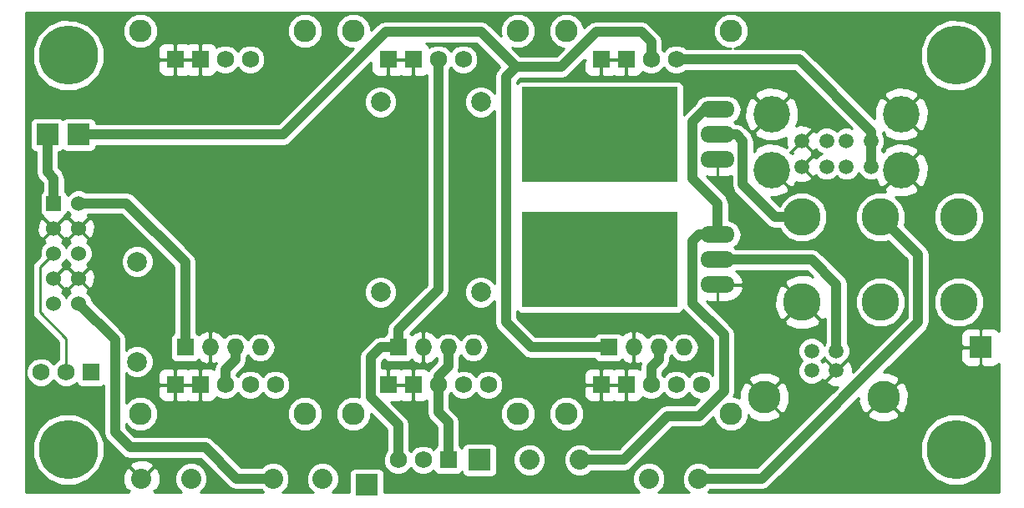
<source format=gtl>
%FSLAX36Y36*%
G04 Gerber Fmt 3.6, Leading zero omitted, Abs format (unit inch)*
G04 Created by KiCad (PCBNEW (2014-jul-16 BZR unknown)-product) date Sat 24 Jan 2015 08:01:21 PM PST*
%MOIN*%
G01*
G04 APERTURE LIST*
%ADD10C,0.003937*%
%ADD11C,0.236220*%
%ADD12R,0.068000X0.068000*%
%ADD13C,0.068000*%
%ADD14C,0.080000*%
%ADD15R,0.060000X0.060000*%
%ADD16C,0.060000*%
%ADD17O,0.137800X0.066900*%
%ADD18R,0.620000X0.380000*%
%ADD19C,0.078700*%
%ADD20C,0.150000*%
%ADD21R,0.088000X0.088000*%
%ADD22O,0.068000X0.068000*%
%ADD23C,0.090000*%
%ADD24C,0.129921*%
%ADD25C,0.059055*%
%ADD26C,0.145669*%
%ADD27C,0.040000*%
%ADD28C,0.010000*%
G04 APERTURE END LIST*
D10*
D11*
X4133858Y-4133858D03*
X7677165Y-4133858D03*
X4133858Y-5708661D03*
X7677165Y-5708661D03*
D12*
X5650000Y-5750000D03*
D13*
X5550000Y-5750000D03*
X5450000Y-5750000D03*
D12*
X4225000Y-5400000D03*
D13*
X4125000Y-5400000D03*
X4025000Y-5400000D03*
D14*
X4426575Y-5825000D03*
X4623425Y-5825000D03*
X6451575Y-5825000D03*
X6648425Y-5825000D03*
X4951575Y-5825000D03*
X5148425Y-5825000D03*
D15*
X4075000Y-4725000D03*
D16*
X4175000Y-4725000D03*
X4075000Y-4825000D03*
X4175000Y-4825000D03*
X4075000Y-4925000D03*
X4175000Y-4925000D03*
X4075000Y-5025000D03*
X4175000Y-5025000D03*
X4075000Y-5125000D03*
X4175000Y-5125000D03*
D17*
X6725000Y-4950000D03*
X6725000Y-5050000D03*
X6725000Y-4850000D03*
D18*
X6255000Y-4950000D03*
D17*
X6725000Y-4450000D03*
X6725000Y-4550000D03*
X6725000Y-4350000D03*
D18*
X6255000Y-4450000D03*
D19*
X4409449Y-4957480D03*
X4409449Y-5357480D03*
D20*
X7375000Y-5120000D03*
X7375000Y-4780000D03*
X7687000Y-5120000D03*
X7063000Y-4780000D03*
X7687000Y-4780000D03*
X7063000Y-5120000D03*
D21*
X4050000Y-4450000D03*
X4175000Y-4450000D03*
X7775000Y-5300000D03*
X5775000Y-5750000D03*
X5325000Y-5850000D03*
D12*
X6290000Y-5300000D03*
D22*
X6390000Y-5300000D03*
X6490000Y-5300000D03*
X6590000Y-5300000D03*
D12*
X5450000Y-5300000D03*
D22*
X5550000Y-5300000D03*
X5650000Y-5300000D03*
X5750000Y-5300000D03*
D12*
X4600000Y-5300000D03*
D22*
X4700000Y-5300000D03*
X4800000Y-5300000D03*
X4900000Y-5300000D03*
D14*
X6175500Y-5750000D03*
X5974500Y-5750000D03*
D19*
X5380000Y-5080000D03*
X5780000Y-5080000D03*
X5380000Y-4320000D03*
X5780000Y-4320000D03*
D23*
X4422500Y-5565000D03*
X4422500Y-4035000D03*
X5077500Y-5565000D03*
X5077500Y-4035000D03*
D12*
X4560000Y-5450000D03*
X4660000Y-5450000D03*
D13*
X4760000Y-5450000D03*
X4860000Y-5450000D03*
X4960000Y-5450000D03*
D12*
X4560000Y-4150000D03*
X4660000Y-4150000D03*
D13*
X4760000Y-4150000D03*
X4860000Y-4150000D03*
D23*
X5272500Y-5565000D03*
X5272500Y-4035000D03*
X5927500Y-5565000D03*
X5927500Y-4035000D03*
D12*
X5410000Y-5450000D03*
X5510000Y-5450000D03*
D13*
X5610000Y-5450000D03*
X5710000Y-5450000D03*
X5810000Y-5450000D03*
D12*
X5410000Y-4150000D03*
X5510000Y-4150000D03*
D13*
X5610000Y-4150000D03*
X5710000Y-4150000D03*
D23*
X6122500Y-5565000D03*
X6122500Y-4035000D03*
X6777500Y-5565000D03*
X6777500Y-4035000D03*
D12*
X6260000Y-5450000D03*
X6360000Y-5450000D03*
D13*
X6460000Y-5450000D03*
X6560000Y-5450000D03*
X6660000Y-5450000D03*
D12*
X6260000Y-4150000D03*
X6360000Y-4150000D03*
D13*
X6460000Y-4150000D03*
X6560000Y-4150000D03*
D24*
X6912205Y-5500000D03*
X7387008Y-5500000D03*
D25*
X7100787Y-5314567D03*
X7199213Y-5314567D03*
X7100787Y-5393307D03*
X7199213Y-5393307D03*
X7337795Y-4475000D03*
X7239370Y-4475000D03*
X7160630Y-4475000D03*
X7062205Y-4475000D03*
X7337795Y-4578150D03*
X7239370Y-4578150D03*
X7160630Y-4578150D03*
X7062205Y-4578150D03*
D26*
X7458661Y-4368307D03*
X6941339Y-4368307D03*
X7458661Y-4591929D03*
X6941339Y-4591929D03*
D27*
X5650000Y-5750000D02*
X5650000Y-5600000D01*
X5610000Y-5560000D02*
X5610000Y-5450000D01*
X5650000Y-5600000D02*
X5610000Y-5560000D01*
X4760000Y-5390000D02*
X4800000Y-5350000D01*
X4800000Y-5350000D02*
X4800000Y-5300000D01*
X4760000Y-5450000D02*
X4760000Y-5390000D01*
X5610000Y-5415000D02*
X5650000Y-5375000D01*
X5610000Y-5450000D02*
X5610000Y-5415000D01*
X5650000Y-5375000D02*
X5650000Y-5300000D01*
X6460000Y-5380000D02*
X6490000Y-5350000D01*
X6490000Y-5350000D02*
X6490000Y-5300000D01*
X6460000Y-5450000D02*
X6460000Y-5380000D01*
X5450000Y-5750000D02*
X5450000Y-5610000D01*
X5450000Y-5610000D02*
X5340000Y-5500000D01*
X5450000Y-5230000D02*
X5610000Y-5070000D01*
X5610000Y-5070000D02*
X5610000Y-4150000D01*
X5450000Y-5300000D02*
X5450000Y-5230000D01*
X5340000Y-5500000D02*
X5340000Y-5340000D01*
X5340000Y-5340000D02*
X5380000Y-5300000D01*
X5380000Y-5300000D02*
X5450000Y-5300000D01*
D28*
X4020000Y-4980000D02*
X4020000Y-5160000D01*
X4020000Y-5160000D02*
X4125000Y-5265000D01*
X4125000Y-5265000D02*
X4125000Y-5400000D01*
X4075000Y-4925000D02*
X4020000Y-4980000D01*
D27*
X6800000Y-4450000D02*
X6825000Y-4475000D01*
X6825000Y-4475000D02*
X6825000Y-4650000D01*
X6825000Y-4650000D02*
X6955000Y-4780000D01*
X6955000Y-4780000D02*
X7063000Y-4780000D01*
X6725000Y-4450000D02*
X6800000Y-4450000D01*
X6900000Y-5825000D02*
X7525000Y-5200000D01*
X7525000Y-5200000D02*
X7525000Y-4930000D01*
X7525000Y-4930000D02*
X7375000Y-4780000D01*
X6648425Y-5825000D02*
X6900000Y-5825000D01*
X4175000Y-4450000D02*
X4990000Y-4450000D01*
X5780000Y-4040000D02*
X5920000Y-4180000D01*
X5400000Y-4040000D02*
X5780000Y-4040000D01*
X4990000Y-4450000D02*
X5400000Y-4040000D01*
X7337795Y-4578150D02*
X7337795Y-4475000D01*
X6460000Y-4080000D02*
X6420000Y-4040000D01*
X6420000Y-4040000D02*
X6240000Y-4040000D01*
X6240000Y-4040000D02*
X6100000Y-4180000D01*
X6100000Y-4180000D02*
X5920000Y-4180000D01*
X5920000Y-4180000D02*
X5880000Y-4220000D01*
X5880000Y-4220000D02*
X5880000Y-5200000D01*
X5880000Y-5200000D02*
X5980000Y-5300000D01*
X5980000Y-5300000D02*
X6290000Y-5300000D01*
X6460000Y-4150000D02*
X6460000Y-4080000D01*
X7337795Y-4437795D02*
X7050000Y-4150000D01*
X7050000Y-4150000D02*
X6560000Y-4150000D01*
X7337795Y-4475000D02*
X7337795Y-4437795D01*
X4075000Y-4725000D02*
X4075000Y-4625000D01*
X4050000Y-4600000D02*
X4050000Y-4450000D01*
X4075000Y-4625000D02*
X4050000Y-4600000D01*
X4600000Y-4960000D02*
X4365000Y-4725000D01*
X4365000Y-4725000D02*
X4175000Y-4725000D01*
X4600000Y-5300000D02*
X4600000Y-4960000D01*
X7199213Y-5049213D02*
X7100000Y-4950000D01*
X7100000Y-4950000D02*
X6725000Y-4950000D01*
X7199213Y-5314567D02*
X7199213Y-5049213D01*
X6725000Y-4725000D02*
X6725000Y-4850000D01*
X6625000Y-4625000D02*
X6725000Y-4725000D01*
X6625000Y-4400000D02*
X6625000Y-4625000D01*
X6675000Y-4350000D02*
X6625000Y-4400000D01*
X6725000Y-4350000D02*
X6675000Y-4350000D01*
X6350000Y-5750000D02*
X6525000Y-5575000D01*
X6525000Y-5575000D02*
X6650000Y-5575000D01*
X6650000Y-5575000D02*
X6750000Y-5475000D01*
X6750000Y-5475000D02*
X6750000Y-5250000D01*
X6750000Y-5250000D02*
X6625000Y-5125000D01*
X6625000Y-5125000D02*
X6625000Y-4875000D01*
X6625000Y-4875000D02*
X6650000Y-4850000D01*
X6650000Y-4850000D02*
X6725000Y-4850000D01*
X6175500Y-5750000D02*
X6350000Y-5750000D01*
X4805000Y-5825000D02*
X4680000Y-5700000D01*
X4680000Y-5700000D02*
X4380000Y-5700000D01*
X4380000Y-5700000D02*
X4370000Y-5690000D01*
X4320000Y-5270000D02*
X4175000Y-5125000D01*
X4951575Y-5825000D02*
X4805000Y-5825000D01*
X4320000Y-5640000D02*
X4320000Y-5270000D01*
X4370000Y-5690000D02*
X4320000Y-5640000D01*
D28*
G36*
X7847047Y-5878543D02*
X7820300Y-5878543D01*
X7820300Y-5680320D01*
X7798559Y-5627702D01*
X7774000Y-5603100D01*
X7774000Y-5370250D01*
X7774000Y-5301000D01*
X7774000Y-5299000D01*
X7774000Y-5229750D01*
X7765250Y-5221000D01*
X7724038Y-5221000D01*
X7711174Y-5226328D01*
X7701328Y-5236174D01*
X7696000Y-5249038D01*
X7696000Y-5262962D01*
X7696000Y-5290250D01*
X7704750Y-5299000D01*
X7774000Y-5299000D01*
X7774000Y-5301000D01*
X7704750Y-5301000D01*
X7696000Y-5309750D01*
X7696000Y-5337038D01*
X7696000Y-5350962D01*
X7701328Y-5363826D01*
X7711174Y-5373672D01*
X7724038Y-5379000D01*
X7765250Y-5379000D01*
X7774000Y-5370250D01*
X7774000Y-5603100D01*
X7758337Y-5587409D01*
X7705757Y-5565576D01*
X7648824Y-5565526D01*
X7596206Y-5587268D01*
X7555913Y-5627490D01*
X7534080Y-5680070D01*
X7534030Y-5737003D01*
X7555772Y-5789621D01*
X7595994Y-5829914D01*
X7648574Y-5851747D01*
X7705507Y-5851796D01*
X7758125Y-5830055D01*
X7798418Y-5789833D01*
X7820251Y-5737253D01*
X7820300Y-5680320D01*
X7820300Y-5878543D01*
X7487511Y-5878543D01*
X7487511Y-5483069D01*
X7473381Y-5445897D01*
X7470046Y-5440905D01*
X7453592Y-5434830D01*
X7388422Y-5500000D01*
X7453592Y-5565170D01*
X7470046Y-5559095D01*
X7486339Y-5522819D01*
X7487511Y-5483069D01*
X7487511Y-5878543D01*
X7452177Y-5878543D01*
X7452177Y-5566584D01*
X7387008Y-5501414D01*
X7321838Y-5566584D01*
X7327913Y-5583038D01*
X7364189Y-5599332D01*
X7403938Y-5600503D01*
X7441110Y-5586374D01*
X7446102Y-5583038D01*
X7452177Y-5566584D01*
X7452177Y-5878543D01*
X6686793Y-5878543D01*
X6695351Y-5870000D01*
X6900000Y-5870000D01*
X6917221Y-5866575D01*
X6931820Y-5856820D01*
X7286954Y-5501685D01*
X7286505Y-5516931D01*
X7300634Y-5554103D01*
X7303970Y-5559095D01*
X7320424Y-5565170D01*
X7385594Y-5500000D01*
X7385037Y-5499443D01*
X7386451Y-5498029D01*
X7387008Y-5498586D01*
X7452177Y-5433416D01*
X7446102Y-5416962D01*
X7409827Y-5400668D01*
X7388597Y-5400043D01*
X7556820Y-5231820D01*
X7566575Y-5217221D01*
X7570000Y-5200000D01*
X7570000Y-4930000D01*
X7567094Y-4915391D01*
X7567094Y-4573743D01*
X7567094Y-4350121D01*
X7551880Y-4310010D01*
X7548195Y-4304493D01*
X7530922Y-4297460D01*
X7529508Y-4298875D01*
X7529508Y-4296046D01*
X7522475Y-4278774D01*
X7483355Y-4261169D01*
X7440475Y-4259874D01*
X7400364Y-4275088D01*
X7394848Y-4278774D01*
X7387815Y-4296046D01*
X7458661Y-4366893D01*
X7529508Y-4296046D01*
X7529508Y-4298875D01*
X7460076Y-4368307D01*
X7530922Y-4439154D01*
X7548195Y-4432121D01*
X7565800Y-4393000D01*
X7567094Y-4350121D01*
X7567094Y-4573743D01*
X7551880Y-4533632D01*
X7548195Y-4528115D01*
X7530922Y-4521082D01*
X7529508Y-4522497D01*
X7529508Y-4519668D01*
X7522475Y-4502396D01*
X7483355Y-4484791D01*
X7440475Y-4483496D01*
X7400364Y-4498710D01*
X7394848Y-4502396D01*
X7387815Y-4519668D01*
X7382795Y-4514649D01*
X7382795Y-4507125D01*
X7383995Y-4505928D01*
X7392313Y-4485894D01*
X7392332Y-4464201D01*
X7384101Y-4444281D01*
X7387815Y-4440568D01*
X7394848Y-4457840D01*
X7433968Y-4475445D01*
X7476848Y-4476740D01*
X7516959Y-4461526D01*
X7522475Y-4457840D01*
X7529508Y-4440568D01*
X7458661Y-4369721D01*
X7458105Y-4370278D01*
X7456690Y-4368864D01*
X7457247Y-4368307D01*
X7386401Y-4297460D01*
X7369128Y-4304493D01*
X7351523Y-4343614D01*
X7350229Y-4386494D01*
X7350287Y-4386648D01*
X7081820Y-4118180D01*
X7067221Y-4108425D01*
X7050000Y-4105000D01*
X6791392Y-4105000D01*
X6817100Y-4094378D01*
X6836809Y-4074704D01*
X6847488Y-4048985D01*
X6847512Y-4021137D01*
X6836878Y-3995400D01*
X6817204Y-3975691D01*
X6791485Y-3965012D01*
X6763637Y-3964988D01*
X6737900Y-3975622D01*
X6718191Y-3995296D01*
X6707512Y-4021015D01*
X6707488Y-4048863D01*
X6718122Y-4074600D01*
X6737796Y-4094309D01*
X6763515Y-4104988D01*
X6777461Y-4105000D01*
X6598444Y-4105000D01*
X6593464Y-4100011D01*
X6571787Y-4091010D01*
X6548316Y-4090990D01*
X6526623Y-4099953D01*
X6510011Y-4116536D01*
X6509996Y-4116572D01*
X6505000Y-4111567D01*
X6505000Y-4080000D01*
X6501575Y-4062779D01*
X6491820Y-4048180D01*
X6451820Y-4008180D01*
X6437221Y-3998425D01*
X6420000Y-3995000D01*
X6240000Y-3995000D01*
X6222779Y-3998425D01*
X6208180Y-4008180D01*
X6192510Y-4023851D01*
X6192512Y-4021137D01*
X6181878Y-3995400D01*
X6162204Y-3975691D01*
X6136485Y-3965012D01*
X6108637Y-3964988D01*
X6082900Y-3975622D01*
X6063191Y-3995296D01*
X6052512Y-4021015D01*
X6052488Y-4048863D01*
X6063122Y-4074600D01*
X6082796Y-4094309D01*
X6108515Y-4104988D01*
X6111370Y-4104990D01*
X6081360Y-4135000D01*
X5938640Y-4135000D01*
X5905157Y-4101517D01*
X5913515Y-4104988D01*
X5941363Y-4105012D01*
X5967100Y-4094378D01*
X5986809Y-4074704D01*
X5997488Y-4048985D01*
X5997512Y-4021137D01*
X5986878Y-3995400D01*
X5967204Y-3975691D01*
X5941485Y-3965012D01*
X5913637Y-3964988D01*
X5887900Y-3975622D01*
X5868191Y-3995296D01*
X5857512Y-4021015D01*
X5857488Y-4048863D01*
X5860998Y-4057359D01*
X5811820Y-4008180D01*
X5797221Y-3998425D01*
X5780000Y-3995000D01*
X5400000Y-3995000D01*
X5382779Y-3998425D01*
X5368180Y-4008180D01*
X5342501Y-4033859D01*
X5342512Y-4021137D01*
X5331878Y-3995400D01*
X5312204Y-3975691D01*
X5286485Y-3965012D01*
X5258637Y-3964988D01*
X5232900Y-3975622D01*
X5213191Y-3995296D01*
X5202512Y-4021015D01*
X5202488Y-4048863D01*
X5213122Y-4074600D01*
X5232796Y-4094309D01*
X5258515Y-4104988D01*
X5271361Y-4104999D01*
X5147512Y-4228848D01*
X5147512Y-4021137D01*
X5136878Y-3995400D01*
X5117204Y-3975691D01*
X5091485Y-3965012D01*
X5063637Y-3964988D01*
X5037900Y-3975622D01*
X5018191Y-3995296D01*
X5007512Y-4021015D01*
X5007488Y-4048863D01*
X5018122Y-4074600D01*
X5037796Y-4094309D01*
X5063515Y-4104988D01*
X5091363Y-4105012D01*
X5117100Y-4094378D01*
X5136809Y-4074704D01*
X5147488Y-4048985D01*
X5147512Y-4021137D01*
X5147512Y-4228848D01*
X4971360Y-4405000D01*
X4919010Y-4405000D01*
X4919010Y-4138316D01*
X4910047Y-4116623D01*
X4893464Y-4100011D01*
X4871787Y-4091010D01*
X4848316Y-4090990D01*
X4826623Y-4099953D01*
X4810011Y-4116536D01*
X4809996Y-4116572D01*
X4793464Y-4100011D01*
X4771787Y-4091010D01*
X4748316Y-4090990D01*
X4726623Y-4099953D01*
X4725642Y-4100932D01*
X4723672Y-4096174D01*
X4713826Y-4086328D01*
X4700962Y-4081000D01*
X4687038Y-4081000D01*
X4669750Y-4081000D01*
X4661000Y-4089750D01*
X4661000Y-4149000D01*
X4661787Y-4149000D01*
X4661787Y-4151000D01*
X4661000Y-4151000D01*
X4661000Y-4210250D01*
X4669750Y-4219000D01*
X4687038Y-4219000D01*
X4700962Y-4219000D01*
X4713826Y-4213672D01*
X4723672Y-4203826D01*
X4725635Y-4199086D01*
X4726536Y-4199989D01*
X4748213Y-4208990D01*
X4771684Y-4209010D01*
X4793377Y-4200047D01*
X4809989Y-4183464D01*
X4810004Y-4183428D01*
X4826536Y-4199989D01*
X4848213Y-4208990D01*
X4871684Y-4209010D01*
X4893377Y-4200047D01*
X4909989Y-4183464D01*
X4918990Y-4161787D01*
X4919010Y-4138316D01*
X4919010Y-4405000D01*
X4659000Y-4405000D01*
X4659000Y-4210250D01*
X4659000Y-4151000D01*
X4659000Y-4149000D01*
X4659000Y-4089750D01*
X4650250Y-4081000D01*
X4632962Y-4081000D01*
X4619038Y-4081000D01*
X4610000Y-4084744D01*
X4600962Y-4081000D01*
X4587038Y-4081000D01*
X4569750Y-4081000D01*
X4561000Y-4089750D01*
X4561000Y-4149000D01*
X4599750Y-4149000D01*
X4620250Y-4149000D01*
X4659000Y-4149000D01*
X4659000Y-4151000D01*
X4620250Y-4151000D01*
X4599750Y-4151000D01*
X4561000Y-4151000D01*
X4561000Y-4210250D01*
X4569750Y-4219000D01*
X4587038Y-4219000D01*
X4600962Y-4219000D01*
X4610000Y-4215256D01*
X4619038Y-4219000D01*
X4632962Y-4219000D01*
X4650250Y-4219000D01*
X4659000Y-4210250D01*
X4659000Y-4405000D01*
X4559000Y-4405000D01*
X4559000Y-4210250D01*
X4559000Y-4151000D01*
X4559000Y-4149000D01*
X4559000Y-4089750D01*
X4550250Y-4081000D01*
X4532962Y-4081000D01*
X4519038Y-4081000D01*
X4506174Y-4086328D01*
X4496328Y-4096174D01*
X4492512Y-4105387D01*
X4492512Y-4021137D01*
X4481878Y-3995400D01*
X4462204Y-3975691D01*
X4436485Y-3965012D01*
X4408637Y-3964988D01*
X4382900Y-3975622D01*
X4363191Y-3995296D01*
X4352512Y-4021015D01*
X4352488Y-4048863D01*
X4363122Y-4074600D01*
X4382796Y-4094309D01*
X4408515Y-4104988D01*
X4436363Y-4105012D01*
X4462100Y-4094378D01*
X4481809Y-4074704D01*
X4492488Y-4048985D01*
X4492512Y-4021137D01*
X4492512Y-4105387D01*
X4491000Y-4109038D01*
X4491000Y-4140250D01*
X4499750Y-4149000D01*
X4559000Y-4149000D01*
X4559000Y-4151000D01*
X4499750Y-4151000D01*
X4491000Y-4159750D01*
X4491000Y-4190962D01*
X4496328Y-4203826D01*
X4506174Y-4213672D01*
X4519038Y-4219000D01*
X4532962Y-4219000D01*
X4550250Y-4219000D01*
X4559000Y-4210250D01*
X4559000Y-4405000D01*
X4276993Y-4405000D01*
X4276993Y-4105517D01*
X4255252Y-4052899D01*
X4215030Y-4012606D01*
X4162450Y-3990773D01*
X4105517Y-3990723D01*
X4052899Y-4012465D01*
X4012606Y-4052687D01*
X3990773Y-4105267D01*
X3990723Y-4162200D01*
X4012465Y-4214818D01*
X4052687Y-4255110D01*
X4105267Y-4276944D01*
X4162200Y-4276993D01*
X4214818Y-4255252D01*
X4255110Y-4215030D01*
X4276944Y-4162450D01*
X4276993Y-4105517D01*
X4276993Y-4405000D01*
X4244000Y-4405000D01*
X4244000Y-4401027D01*
X4240194Y-4391839D01*
X4233161Y-4384806D01*
X4223973Y-4381000D01*
X4214027Y-4381000D01*
X4126027Y-4381000D01*
X4116839Y-4384806D01*
X4112500Y-4389145D01*
X4108161Y-4384806D01*
X4098973Y-4381000D01*
X4089027Y-4381000D01*
X4001027Y-4381000D01*
X3991839Y-4384806D01*
X3984806Y-4391839D01*
X3981000Y-4401027D01*
X3981000Y-4410973D01*
X3981000Y-4498973D01*
X3984806Y-4508161D01*
X3991839Y-4515194D01*
X4001027Y-4519000D01*
X4005000Y-4519000D01*
X4005000Y-4600000D01*
X4008425Y-4617221D01*
X4018180Y-4631820D01*
X4030000Y-4643640D01*
X4030000Y-4674645D01*
X4023806Y-4680839D01*
X4020000Y-4690027D01*
X4020000Y-4699973D01*
X4020000Y-4759973D01*
X4023806Y-4769161D01*
X4030839Y-4776194D01*
X4035801Y-4778250D01*
X4035038Y-4783624D01*
X4075000Y-4823586D01*
X4114962Y-4783624D01*
X4114199Y-4778250D01*
X4119161Y-4776194D01*
X4126194Y-4769161D01*
X4130000Y-4759973D01*
X4130000Y-4757771D01*
X4140756Y-4768546D01*
X4139524Y-4769022D01*
X4136859Y-4770802D01*
X4135038Y-4783624D01*
X4175000Y-4823586D01*
X4214962Y-4783624D01*
X4213141Y-4770802D01*
X4211330Y-4770000D01*
X4346360Y-4770000D01*
X4555000Y-4978640D01*
X4555000Y-5243497D01*
X4551839Y-5244806D01*
X4544806Y-5251839D01*
X4541000Y-5261027D01*
X4541000Y-5270973D01*
X4541000Y-5338973D01*
X4544806Y-5348161D01*
X4551839Y-5355194D01*
X4561027Y-5359000D01*
X4570973Y-5359000D01*
X4638973Y-5359000D01*
X4648161Y-5355194D01*
X4653852Y-5349504D01*
X4663099Y-5358304D01*
X4688219Y-5367987D01*
X4699000Y-5360243D01*
X4699000Y-5301000D01*
X4698213Y-5301000D01*
X4698213Y-5299000D01*
X4699000Y-5299000D01*
X4699000Y-5239757D01*
X4688219Y-5232013D01*
X4663099Y-5241696D01*
X4653852Y-5250496D01*
X4648161Y-5244806D01*
X4645000Y-5243497D01*
X4645000Y-4960000D01*
X4641575Y-4942779D01*
X4631820Y-4928180D01*
X4396820Y-4693180D01*
X4382221Y-4683425D01*
X4365000Y-4680000D01*
X4207792Y-4680000D01*
X4206196Y-4678400D01*
X4185988Y-4670010D01*
X4164108Y-4669990D01*
X4143886Y-4678346D01*
X4130000Y-4692208D01*
X4130000Y-4690027D01*
X4126194Y-4680839D01*
X4120000Y-4674645D01*
X4120000Y-4625000D01*
X4116575Y-4607779D01*
X4106820Y-4593180D01*
X4095000Y-4581360D01*
X4095000Y-4519000D01*
X4098973Y-4519000D01*
X4108161Y-4515194D01*
X4112500Y-4510855D01*
X4116839Y-4515194D01*
X4126027Y-4519000D01*
X4135973Y-4519000D01*
X4223973Y-4519000D01*
X4233161Y-4515194D01*
X4240194Y-4508161D01*
X4244000Y-4498973D01*
X4244000Y-4495000D01*
X4990000Y-4495000D01*
X5007221Y-4491575D01*
X5021820Y-4481820D01*
X5341000Y-4162640D01*
X5341000Y-4190962D01*
X5346328Y-4203826D01*
X5356174Y-4213672D01*
X5369038Y-4219000D01*
X5382962Y-4219000D01*
X5400250Y-4219000D01*
X5409000Y-4210250D01*
X5409000Y-4151000D01*
X5408213Y-4151000D01*
X5408213Y-4149000D01*
X5409000Y-4149000D01*
X5409000Y-4148213D01*
X5411000Y-4148213D01*
X5411000Y-4149000D01*
X5449750Y-4149000D01*
X5470250Y-4149000D01*
X5509000Y-4149000D01*
X5509000Y-4148213D01*
X5511000Y-4148213D01*
X5511000Y-4149000D01*
X5511787Y-4149000D01*
X5511787Y-4151000D01*
X5511000Y-4151000D01*
X5511000Y-4210250D01*
X5519750Y-4219000D01*
X5537038Y-4219000D01*
X5550962Y-4219000D01*
X5563826Y-4213672D01*
X5565000Y-4212497D01*
X5565000Y-5051360D01*
X5509000Y-5107360D01*
X5509000Y-4210250D01*
X5509000Y-4151000D01*
X5470250Y-4151000D01*
X5449750Y-4151000D01*
X5411000Y-4151000D01*
X5411000Y-4210250D01*
X5419750Y-4219000D01*
X5437038Y-4219000D01*
X5450962Y-4219000D01*
X5460000Y-4215256D01*
X5469038Y-4219000D01*
X5482962Y-4219000D01*
X5500250Y-4219000D01*
X5509000Y-4210250D01*
X5509000Y-5107360D01*
X5444361Y-5171999D01*
X5444361Y-5067256D01*
X5444361Y-4307256D01*
X5434585Y-4283596D01*
X5416499Y-4265479D01*
X5392856Y-4255661D01*
X5367256Y-4255639D01*
X5343596Y-4265415D01*
X5325479Y-4283501D01*
X5315661Y-4307144D01*
X5315639Y-4332744D01*
X5325415Y-4356404D01*
X5343501Y-4374521D01*
X5367144Y-4384339D01*
X5392744Y-4384361D01*
X5416404Y-4374585D01*
X5434521Y-4356499D01*
X5444339Y-4332856D01*
X5444361Y-4307256D01*
X5444361Y-5067256D01*
X5434585Y-5043596D01*
X5416499Y-5025479D01*
X5392856Y-5015661D01*
X5367256Y-5015639D01*
X5343596Y-5025415D01*
X5325479Y-5043501D01*
X5315661Y-5067144D01*
X5315639Y-5092744D01*
X5325415Y-5116404D01*
X5343501Y-5134521D01*
X5367144Y-5144339D01*
X5392744Y-5144361D01*
X5416404Y-5134585D01*
X5434521Y-5116499D01*
X5444339Y-5092856D01*
X5444361Y-5067256D01*
X5444361Y-5171999D01*
X5418180Y-5198180D01*
X5408425Y-5212779D01*
X5405000Y-5230000D01*
X5405000Y-5243497D01*
X5401839Y-5244806D01*
X5394806Y-5251839D01*
X5393497Y-5255000D01*
X5380000Y-5255000D01*
X5362779Y-5258425D01*
X5348180Y-5268180D01*
X5308180Y-5308180D01*
X5298425Y-5322779D01*
X5295000Y-5340000D01*
X5295000Y-5498548D01*
X5286485Y-5495012D01*
X5258637Y-5494988D01*
X5232900Y-5505622D01*
X5213191Y-5525296D01*
X5202512Y-5551015D01*
X5202488Y-5578863D01*
X5213122Y-5604600D01*
X5232796Y-5624309D01*
X5258515Y-5634988D01*
X5286363Y-5635012D01*
X5312100Y-5624378D01*
X5331809Y-5604704D01*
X5342488Y-5578985D01*
X5342499Y-5566139D01*
X5405000Y-5628640D01*
X5405000Y-5711556D01*
X5400011Y-5716536D01*
X5391010Y-5738213D01*
X5390990Y-5761684D01*
X5399953Y-5783377D01*
X5416536Y-5799989D01*
X5438213Y-5808990D01*
X5461684Y-5809010D01*
X5483377Y-5800047D01*
X5499989Y-5783464D01*
X5500004Y-5783428D01*
X5516536Y-5799989D01*
X5538213Y-5808990D01*
X5561684Y-5809010D01*
X5583377Y-5800047D01*
X5592015Y-5791424D01*
X5594806Y-5798161D01*
X5601839Y-5805194D01*
X5611027Y-5809000D01*
X5620973Y-5809000D01*
X5688973Y-5809000D01*
X5698161Y-5805194D01*
X5705194Y-5798161D01*
X5706000Y-5796215D01*
X5706000Y-5798973D01*
X5709806Y-5808161D01*
X5716839Y-5815194D01*
X5726027Y-5819000D01*
X5735973Y-5819000D01*
X5823973Y-5819000D01*
X5833161Y-5815194D01*
X5840194Y-5808161D01*
X5844000Y-5798973D01*
X5844000Y-5789027D01*
X5844000Y-5701027D01*
X5840194Y-5691839D01*
X5833161Y-5684806D01*
X5823973Y-5681000D01*
X5814027Y-5681000D01*
X5726027Y-5681000D01*
X5716839Y-5684806D01*
X5709806Y-5691839D01*
X5706000Y-5701027D01*
X5706000Y-5703785D01*
X5705194Y-5701839D01*
X5698161Y-5694806D01*
X5695000Y-5693497D01*
X5695000Y-5600000D01*
X5691575Y-5582779D01*
X5681820Y-5568180D01*
X5655000Y-5541360D01*
X5655000Y-5488444D01*
X5659989Y-5483464D01*
X5660004Y-5483428D01*
X5676536Y-5499989D01*
X5698213Y-5508990D01*
X5721684Y-5509010D01*
X5743377Y-5500047D01*
X5759989Y-5483464D01*
X5760004Y-5483428D01*
X5776536Y-5499989D01*
X5798213Y-5508990D01*
X5821684Y-5509010D01*
X5843377Y-5500047D01*
X5859989Y-5483464D01*
X5868990Y-5461787D01*
X5869010Y-5438316D01*
X5860047Y-5416623D01*
X5843464Y-5400011D01*
X5821787Y-5391010D01*
X5798316Y-5390990D01*
X5776623Y-5399953D01*
X5760011Y-5416536D01*
X5759996Y-5416572D01*
X5743464Y-5400011D01*
X5721787Y-5391010D01*
X5698316Y-5390990D01*
X5690140Y-5394368D01*
X5691575Y-5392221D01*
X5695000Y-5375000D01*
X5695000Y-5338539D01*
X5700000Y-5331056D01*
X5707125Y-5341719D01*
X5726266Y-5354509D01*
X5748844Y-5359000D01*
X5751156Y-5359000D01*
X5773734Y-5354509D01*
X5792875Y-5341719D01*
X5805665Y-5322578D01*
X5810156Y-5300000D01*
X5805665Y-5277422D01*
X5792875Y-5258281D01*
X5773734Y-5245491D01*
X5751156Y-5241000D01*
X5748844Y-5241000D01*
X5726266Y-5245491D01*
X5707125Y-5258281D01*
X5700000Y-5268944D01*
X5692875Y-5258281D01*
X5673734Y-5245491D01*
X5651156Y-5241000D01*
X5648844Y-5241000D01*
X5626266Y-5245491D01*
X5607125Y-5258281D01*
X5606038Y-5259907D01*
X5586901Y-5241696D01*
X5561781Y-5232013D01*
X5551000Y-5239757D01*
X5551000Y-5299000D01*
X5551787Y-5299000D01*
X5551787Y-5301000D01*
X5551000Y-5301000D01*
X5551000Y-5360243D01*
X5561781Y-5367987D01*
X5586901Y-5358304D01*
X5605000Y-5341080D01*
X5605000Y-5356360D01*
X5578180Y-5383180D01*
X5571170Y-5393672D01*
X5563826Y-5386328D01*
X5550962Y-5381000D01*
X5537038Y-5381000D01*
X5519750Y-5381000D01*
X5511000Y-5389750D01*
X5511000Y-5449000D01*
X5511787Y-5449000D01*
X5511787Y-5451000D01*
X5511000Y-5451000D01*
X5511000Y-5510250D01*
X5519750Y-5519000D01*
X5537038Y-5519000D01*
X5550962Y-5519000D01*
X5563826Y-5513672D01*
X5565000Y-5512497D01*
X5565000Y-5560000D01*
X5568425Y-5577221D01*
X5578180Y-5591820D01*
X5605000Y-5618640D01*
X5605000Y-5693497D01*
X5601839Y-5694806D01*
X5594806Y-5701839D01*
X5592015Y-5708577D01*
X5583464Y-5700011D01*
X5561787Y-5691010D01*
X5538316Y-5690990D01*
X5516623Y-5699953D01*
X5500011Y-5716536D01*
X5499996Y-5716572D01*
X5495000Y-5711567D01*
X5495000Y-5610000D01*
X5491575Y-5592779D01*
X5481820Y-5578180D01*
X5422640Y-5519000D01*
X5437038Y-5519000D01*
X5450962Y-5519000D01*
X5460000Y-5515256D01*
X5469038Y-5519000D01*
X5482962Y-5519000D01*
X5500250Y-5519000D01*
X5509000Y-5510250D01*
X5509000Y-5451000D01*
X5509000Y-5449000D01*
X5509000Y-5389750D01*
X5500250Y-5381000D01*
X5482962Y-5381000D01*
X5469038Y-5381000D01*
X5460000Y-5384744D01*
X5450962Y-5381000D01*
X5437038Y-5381000D01*
X5419750Y-5381000D01*
X5411000Y-5389750D01*
X5411000Y-5449000D01*
X5449750Y-5449000D01*
X5470250Y-5449000D01*
X5509000Y-5449000D01*
X5509000Y-5451000D01*
X5470250Y-5451000D01*
X5449750Y-5451000D01*
X5411000Y-5451000D01*
X5411000Y-5451787D01*
X5409000Y-5451787D01*
X5409000Y-5451000D01*
X5408213Y-5451000D01*
X5408213Y-5449000D01*
X5409000Y-5449000D01*
X5409000Y-5389750D01*
X5400250Y-5381000D01*
X5385000Y-5381000D01*
X5385000Y-5358640D01*
X5395142Y-5348497D01*
X5401839Y-5355194D01*
X5411027Y-5359000D01*
X5420973Y-5359000D01*
X5488973Y-5359000D01*
X5498161Y-5355194D01*
X5503852Y-5349504D01*
X5513099Y-5358304D01*
X5538219Y-5367987D01*
X5549000Y-5360243D01*
X5549000Y-5301000D01*
X5548213Y-5301000D01*
X5548213Y-5299000D01*
X5549000Y-5299000D01*
X5549000Y-5239757D01*
X5538219Y-5232013D01*
X5513099Y-5241696D01*
X5503852Y-5250496D01*
X5498497Y-5245142D01*
X5641820Y-5101820D01*
X5651575Y-5087221D01*
X5655000Y-5070000D01*
X5655000Y-4188444D01*
X5659989Y-4183464D01*
X5660004Y-4183428D01*
X5676536Y-4199989D01*
X5698213Y-4208990D01*
X5721684Y-4209010D01*
X5743377Y-4200047D01*
X5759989Y-4183464D01*
X5768990Y-4161787D01*
X5769010Y-4138316D01*
X5760047Y-4116623D01*
X5743464Y-4100011D01*
X5721787Y-4091010D01*
X5698316Y-4090990D01*
X5676623Y-4099953D01*
X5660011Y-4116536D01*
X5659996Y-4116572D01*
X5643464Y-4100011D01*
X5621787Y-4091010D01*
X5598316Y-4090990D01*
X5576623Y-4099953D01*
X5575642Y-4100932D01*
X5573672Y-4096174D01*
X5563826Y-4086328D01*
X5560619Y-4085000D01*
X5761360Y-4085000D01*
X5856360Y-4180000D01*
X5848180Y-4188180D01*
X5838425Y-4202779D01*
X5835000Y-4220000D01*
X5835000Y-4284600D01*
X5834585Y-4283596D01*
X5816499Y-4265479D01*
X5792856Y-4255661D01*
X5767256Y-4255639D01*
X5743596Y-4265415D01*
X5725479Y-4283501D01*
X5715661Y-4307144D01*
X5715639Y-4332744D01*
X5725415Y-4356404D01*
X5743501Y-4374521D01*
X5767144Y-4384339D01*
X5792744Y-4384361D01*
X5816404Y-4374585D01*
X5834521Y-4356499D01*
X5835000Y-4355347D01*
X5835000Y-5044600D01*
X5834585Y-5043596D01*
X5816499Y-5025479D01*
X5792856Y-5015661D01*
X5767256Y-5015639D01*
X5743596Y-5025415D01*
X5725479Y-5043501D01*
X5715661Y-5067144D01*
X5715639Y-5092744D01*
X5725415Y-5116404D01*
X5743501Y-5134521D01*
X5767144Y-5144339D01*
X5792744Y-5144361D01*
X5816404Y-5134585D01*
X5834521Y-5116499D01*
X5835000Y-5115347D01*
X5835000Y-5200000D01*
X5838425Y-5217221D01*
X5848180Y-5231820D01*
X5948180Y-5331820D01*
X5962779Y-5341575D01*
X5980000Y-5345000D01*
X6233497Y-5345000D01*
X6234806Y-5348161D01*
X6241839Y-5355194D01*
X6251027Y-5359000D01*
X6260973Y-5359000D01*
X6328973Y-5359000D01*
X6338161Y-5355194D01*
X6343852Y-5349504D01*
X6353099Y-5358304D01*
X6378219Y-5367987D01*
X6389000Y-5360243D01*
X6389000Y-5301000D01*
X6388213Y-5301000D01*
X6388213Y-5299000D01*
X6389000Y-5299000D01*
X6389000Y-5239757D01*
X6378219Y-5232013D01*
X6353099Y-5241696D01*
X6343852Y-5250496D01*
X6338161Y-5244806D01*
X6328973Y-5241000D01*
X6319027Y-5241000D01*
X6251027Y-5241000D01*
X6241839Y-5244806D01*
X6234806Y-5251839D01*
X6233497Y-5255000D01*
X5998640Y-5255000D01*
X5925000Y-5181360D01*
X5925000Y-5155355D01*
X5930839Y-5161194D01*
X5940027Y-5165000D01*
X5949973Y-5165000D01*
X6569973Y-5165000D01*
X6579161Y-5161194D01*
X6586194Y-5154161D01*
X6588188Y-5149348D01*
X6593180Y-5156820D01*
X6705000Y-5268640D01*
X6705000Y-5411567D01*
X6693464Y-5400011D01*
X6671787Y-5391010D01*
X6648316Y-5390990D01*
X6626623Y-5399953D01*
X6610011Y-5416536D01*
X6609996Y-5416572D01*
X6593464Y-5400011D01*
X6571787Y-5391010D01*
X6548316Y-5390990D01*
X6526623Y-5399953D01*
X6510011Y-5416536D01*
X6509996Y-5416572D01*
X6505000Y-5411567D01*
X6505000Y-5398640D01*
X6521820Y-5381820D01*
X6531575Y-5367221D01*
X6535000Y-5350000D01*
X6535000Y-5338539D01*
X6540000Y-5331056D01*
X6547125Y-5341719D01*
X6566266Y-5354509D01*
X6588844Y-5359000D01*
X6591156Y-5359000D01*
X6613734Y-5354509D01*
X6632875Y-5341719D01*
X6645665Y-5322578D01*
X6650156Y-5300000D01*
X6645665Y-5277422D01*
X6632875Y-5258281D01*
X6613734Y-5245491D01*
X6591156Y-5241000D01*
X6588844Y-5241000D01*
X6566266Y-5245491D01*
X6547125Y-5258281D01*
X6540000Y-5268944D01*
X6532875Y-5258281D01*
X6513734Y-5245491D01*
X6491156Y-5241000D01*
X6488844Y-5241000D01*
X6466266Y-5245491D01*
X6447125Y-5258281D01*
X6446038Y-5259907D01*
X6426901Y-5241696D01*
X6401781Y-5232013D01*
X6391000Y-5239757D01*
X6391000Y-5299000D01*
X6391787Y-5299000D01*
X6391787Y-5301000D01*
X6391000Y-5301000D01*
X6391000Y-5360243D01*
X6401781Y-5367987D01*
X6419513Y-5361151D01*
X6418425Y-5362779D01*
X6415000Y-5380000D01*
X6415000Y-5387503D01*
X6413826Y-5386328D01*
X6400962Y-5381000D01*
X6387038Y-5381000D01*
X6369750Y-5381000D01*
X6361000Y-5389750D01*
X6361000Y-5449000D01*
X6361787Y-5449000D01*
X6361787Y-5451000D01*
X6361000Y-5451000D01*
X6361000Y-5510250D01*
X6369750Y-5519000D01*
X6387038Y-5519000D01*
X6400962Y-5519000D01*
X6413826Y-5513672D01*
X6423672Y-5503826D01*
X6425635Y-5499086D01*
X6426536Y-5499989D01*
X6448213Y-5508990D01*
X6471684Y-5509010D01*
X6493377Y-5500047D01*
X6509989Y-5483464D01*
X6510004Y-5483428D01*
X6526536Y-5499989D01*
X6548213Y-5508990D01*
X6571684Y-5509010D01*
X6593377Y-5500047D01*
X6609989Y-5483464D01*
X6610004Y-5483428D01*
X6626536Y-5499989D01*
X6648213Y-5508990D01*
X6652367Y-5508993D01*
X6631360Y-5530000D01*
X6525000Y-5530000D01*
X6507779Y-5533425D01*
X6493180Y-5543180D01*
X6359000Y-5677360D01*
X6359000Y-5510250D01*
X6359000Y-5451000D01*
X6359000Y-5449000D01*
X6359000Y-5389750D01*
X6350250Y-5381000D01*
X6332962Y-5381000D01*
X6319038Y-5381000D01*
X6310000Y-5384744D01*
X6300962Y-5381000D01*
X6287038Y-5381000D01*
X6269750Y-5381000D01*
X6261000Y-5389750D01*
X6261000Y-5449000D01*
X6299750Y-5449000D01*
X6320250Y-5449000D01*
X6359000Y-5449000D01*
X6359000Y-5451000D01*
X6320250Y-5451000D01*
X6299750Y-5451000D01*
X6261000Y-5451000D01*
X6261000Y-5510250D01*
X6269750Y-5519000D01*
X6287038Y-5519000D01*
X6300962Y-5519000D01*
X6310000Y-5515256D01*
X6319038Y-5519000D01*
X6332962Y-5519000D01*
X6350250Y-5519000D01*
X6359000Y-5510250D01*
X6359000Y-5677360D01*
X6331360Y-5705000D01*
X6259000Y-5705000D01*
X6259000Y-5510250D01*
X6259000Y-5451000D01*
X6259000Y-5449000D01*
X6259000Y-5389750D01*
X6250250Y-5381000D01*
X6232962Y-5381000D01*
X6219038Y-5381000D01*
X6206174Y-5386328D01*
X6196328Y-5396174D01*
X6191000Y-5409038D01*
X6191000Y-5440250D01*
X6199750Y-5449000D01*
X6259000Y-5449000D01*
X6259000Y-5451000D01*
X6199750Y-5451000D01*
X6191000Y-5459750D01*
X6191000Y-5490962D01*
X6196328Y-5503826D01*
X6206174Y-5513672D01*
X6219038Y-5519000D01*
X6232962Y-5519000D01*
X6250250Y-5519000D01*
X6259000Y-5510250D01*
X6259000Y-5705000D01*
X6222422Y-5705000D01*
X6212368Y-5694928D01*
X6192512Y-5686683D01*
X6192512Y-5551137D01*
X6181878Y-5525400D01*
X6162204Y-5505691D01*
X6136485Y-5495012D01*
X6108637Y-5494988D01*
X6082900Y-5505622D01*
X6063191Y-5525296D01*
X6052512Y-5551015D01*
X6052488Y-5578863D01*
X6063122Y-5604600D01*
X6082796Y-5624309D01*
X6108515Y-5634988D01*
X6136363Y-5635012D01*
X6162100Y-5624378D01*
X6181809Y-5604704D01*
X6192488Y-5578985D01*
X6192512Y-5551137D01*
X6192512Y-5686683D01*
X6188486Y-5685011D01*
X6162627Y-5684989D01*
X6138729Y-5694864D01*
X6120428Y-5713132D01*
X6110511Y-5737014D01*
X6110489Y-5762873D01*
X6120364Y-5786771D01*
X6138632Y-5805072D01*
X6162514Y-5814989D01*
X6188373Y-5815011D01*
X6212271Y-5805136D01*
X6222426Y-5795000D01*
X6350000Y-5795000D01*
X6367221Y-5791575D01*
X6381820Y-5781820D01*
X6543640Y-5620000D01*
X6650000Y-5620000D01*
X6667221Y-5616575D01*
X6681820Y-5606820D01*
X6708157Y-5580482D01*
X6718122Y-5604600D01*
X6737796Y-5624309D01*
X6763515Y-5634988D01*
X6791363Y-5635012D01*
X6817100Y-5624378D01*
X6836809Y-5604704D01*
X6847488Y-5578985D01*
X6847498Y-5567836D01*
X6853110Y-5583038D01*
X6889386Y-5599332D01*
X6929135Y-5600503D01*
X6966307Y-5586374D01*
X6971299Y-5583038D01*
X6977374Y-5566584D01*
X6912205Y-5501414D01*
X6911648Y-5501971D01*
X6910234Y-5500557D01*
X6910791Y-5500000D01*
X6845621Y-5434830D01*
X6829167Y-5440905D01*
X6827894Y-5443740D01*
X6827894Y-5061694D01*
X6820142Y-5051000D01*
X6726000Y-5051000D01*
X6726000Y-5118450D01*
X6761450Y-5118450D01*
X6787569Y-5112857D01*
X6809559Y-5097694D01*
X6824072Y-5075271D01*
X6827894Y-5061694D01*
X6827894Y-5443740D01*
X6812873Y-5477181D01*
X6812096Y-5503570D01*
X6791485Y-5495012D01*
X6789710Y-5495011D01*
X6791575Y-5492221D01*
X6795000Y-5475000D01*
X6795000Y-5250000D01*
X6791575Y-5232779D01*
X6781820Y-5218180D01*
X6680329Y-5116690D01*
X6688550Y-5118450D01*
X6724000Y-5118450D01*
X6724000Y-5051000D01*
X6723213Y-5051000D01*
X6723213Y-5049000D01*
X6724000Y-5049000D01*
X6724000Y-5048213D01*
X6726000Y-5048213D01*
X6726000Y-5049000D01*
X6820142Y-5049000D01*
X6827894Y-5038306D01*
X6824072Y-5024729D01*
X6809559Y-5002306D01*
X6798963Y-4995000D01*
X7081360Y-4995000D01*
X7104336Y-5017976D01*
X7088209Y-5010715D01*
X7044468Y-5009387D01*
X7003549Y-5024898D01*
X6997889Y-5028681D01*
X6990592Y-5046178D01*
X7063000Y-5118586D01*
X7063557Y-5118029D01*
X7064971Y-5119443D01*
X7064414Y-5120000D01*
X7136822Y-5192408D01*
X7154213Y-5185156D01*
X7154213Y-5282442D01*
X7153013Y-5283639D01*
X7150003Y-5290889D01*
X7147041Y-5283720D01*
X7135408Y-5272067D01*
X7135408Y-5193822D01*
X7063000Y-5121414D01*
X7061586Y-5122828D01*
X7061586Y-5120000D01*
X6989178Y-5047592D01*
X6971681Y-5054889D01*
X6953715Y-5094791D01*
X6952387Y-5138532D01*
X6967898Y-5179451D01*
X6971681Y-5185111D01*
X6989178Y-5192408D01*
X7061586Y-5120000D01*
X7061586Y-5122828D01*
X6990592Y-5193822D01*
X6997889Y-5211319D01*
X7037791Y-5229285D01*
X7081532Y-5230613D01*
X7122451Y-5215102D01*
X7128111Y-5211319D01*
X7135408Y-5193822D01*
X7135408Y-5272067D01*
X7131715Y-5268368D01*
X7111681Y-5260049D01*
X7089989Y-5260030D01*
X7069940Y-5268314D01*
X7054588Y-5283639D01*
X7046269Y-5303673D01*
X7046250Y-5325366D01*
X7054534Y-5345414D01*
X7063044Y-5353938D01*
X7054588Y-5362379D01*
X7046269Y-5382413D01*
X7046250Y-5404106D01*
X7054534Y-5424154D01*
X7069860Y-5439506D01*
X7089894Y-5447825D01*
X7111586Y-5447844D01*
X7131634Y-5439560D01*
X7143377Y-5427838D01*
X7143645Y-5428532D01*
X7145404Y-5431165D01*
X7158177Y-5432928D01*
X7197798Y-5393307D01*
X7158177Y-5353686D01*
X7145404Y-5355449D01*
X7143757Y-5359171D01*
X7138531Y-5353936D01*
X7146987Y-5345495D01*
X7149997Y-5338245D01*
X7152959Y-5345414D01*
X7159617Y-5352083D01*
X7159591Y-5352272D01*
X7199213Y-5391893D01*
X7238834Y-5352272D01*
X7238808Y-5352087D01*
X7245412Y-5345495D01*
X7253731Y-5325461D01*
X7253750Y-5303768D01*
X7245466Y-5283720D01*
X7244213Y-5282464D01*
X7244213Y-5049213D01*
X7240787Y-5031992D01*
X7231032Y-5017393D01*
X7131820Y-4918180D01*
X7117221Y-4908425D01*
X7100000Y-4905000D01*
X6798128Y-4905000D01*
X6790645Y-4900000D01*
X6803620Y-4891330D01*
X6816290Y-4872368D01*
X6820740Y-4850000D01*
X6816290Y-4827632D01*
X6803620Y-4808670D01*
X6784657Y-4795999D01*
X6770000Y-4793084D01*
X6770000Y-4725000D01*
X6766575Y-4707779D01*
X6756820Y-4693180D01*
X6680329Y-4616690D01*
X6688550Y-4618450D01*
X6724000Y-4618450D01*
X6724000Y-4551000D01*
X6723213Y-4551000D01*
X6723213Y-4549000D01*
X6724000Y-4549000D01*
X6724000Y-4548213D01*
X6726000Y-4548213D01*
X6726000Y-4549000D01*
X6726787Y-4549000D01*
X6726787Y-4551000D01*
X6726000Y-4551000D01*
X6726000Y-4618450D01*
X6761450Y-4618450D01*
X6780000Y-4614478D01*
X6780000Y-4650000D01*
X6783425Y-4667221D01*
X6793180Y-4681820D01*
X6923180Y-4811820D01*
X6937779Y-4821575D01*
X6955000Y-4825000D01*
X6973393Y-4825000D01*
X6978175Y-4836571D01*
X7006281Y-4864726D01*
X7043021Y-4879983D01*
X7082804Y-4880017D01*
X7119571Y-4864825D01*
X7147726Y-4836719D01*
X7162983Y-4799979D01*
X7163017Y-4760196D01*
X7147825Y-4723429D01*
X7119719Y-4695274D01*
X7101826Y-4687844D01*
X7082979Y-4680017D01*
X7043196Y-4679983D01*
X7006429Y-4695175D01*
X6978274Y-4723281D01*
X6973475Y-4734836D01*
X6938363Y-4699723D01*
X6959525Y-4700362D01*
X6999636Y-4685148D01*
X7005152Y-4681462D01*
X7012185Y-4664190D01*
X6941339Y-4593343D01*
X6940782Y-4593900D01*
X6939368Y-4592486D01*
X6939924Y-4591929D01*
X6939368Y-4591372D01*
X6940782Y-4589958D01*
X6941339Y-4590515D01*
X6941895Y-4589958D01*
X6943310Y-4591372D01*
X6942753Y-4591929D01*
X7013599Y-4662776D01*
X7030872Y-4655743D01*
X7038713Y-4638318D01*
X7047820Y-4642350D01*
X7073483Y-4642967D01*
X7097429Y-4633717D01*
X7100063Y-4631958D01*
X7101826Y-4619185D01*
X7062205Y-4579564D01*
X7061648Y-4580121D01*
X7060234Y-4578706D01*
X7060791Y-4578150D01*
X7060234Y-4577593D01*
X7061648Y-4576179D01*
X7062205Y-4576735D01*
X7101826Y-4537114D01*
X7100371Y-4526575D01*
X7101826Y-4516036D01*
X7062205Y-4476414D01*
X7022583Y-4516036D01*
X7023857Y-4525259D01*
X7013599Y-4521082D01*
X7019721Y-4514961D01*
X7019095Y-4514335D01*
X7021169Y-4514621D01*
X7060791Y-4475000D01*
X7060234Y-4474443D01*
X7061648Y-4473029D01*
X7062205Y-4473586D01*
X7101826Y-4433964D01*
X7100063Y-4421192D01*
X7076589Y-4410800D01*
X7050926Y-4410182D01*
X7038602Y-4414943D01*
X7048477Y-4393000D01*
X7049771Y-4350121D01*
X7034558Y-4310010D01*
X7030872Y-4304493D01*
X7013599Y-4297460D01*
X7012185Y-4298875D01*
X7012185Y-4296046D01*
X7005152Y-4278774D01*
X6966032Y-4261169D01*
X6923152Y-4259874D01*
X6883041Y-4275088D01*
X6877525Y-4278774D01*
X6870492Y-4296046D01*
X6941339Y-4366893D01*
X7012185Y-4296046D01*
X7012185Y-4298875D01*
X6942753Y-4368307D01*
X6943310Y-4368864D01*
X6941895Y-4370278D01*
X6941339Y-4369721D01*
X6939924Y-4371136D01*
X6939924Y-4368307D01*
X6869078Y-4297460D01*
X6851805Y-4304493D01*
X6834200Y-4343614D01*
X6832906Y-4386494D01*
X6848120Y-4426605D01*
X6851805Y-4432121D01*
X6869078Y-4439154D01*
X6939924Y-4368307D01*
X6939924Y-4371136D01*
X6870492Y-4440568D01*
X6877525Y-4457840D01*
X6916645Y-4475445D01*
X6959525Y-4476740D01*
X6997968Y-4462159D01*
X6997387Y-4486279D01*
X7003289Y-4501557D01*
X6966032Y-4484791D01*
X6923152Y-4483496D01*
X6883041Y-4498710D01*
X6877525Y-4502396D01*
X6870492Y-4519668D01*
X6870000Y-4519176D01*
X6870000Y-4475000D01*
X6866575Y-4457779D01*
X6856820Y-4443180D01*
X6831820Y-4418180D01*
X6817221Y-4408425D01*
X6800000Y-4405000D01*
X6798128Y-4405000D01*
X6790645Y-4400000D01*
X6803620Y-4391330D01*
X6816290Y-4372368D01*
X6820740Y-4350000D01*
X6816290Y-4327632D01*
X6803620Y-4308670D01*
X6784657Y-4295999D01*
X6762290Y-4291550D01*
X6687710Y-4291550D01*
X6665343Y-4295999D01*
X6646380Y-4308670D01*
X6633710Y-4327632D01*
X6633705Y-4327655D01*
X6593180Y-4368180D01*
X6590000Y-4372940D01*
X6590000Y-4255027D01*
X6586194Y-4245839D01*
X6579161Y-4238806D01*
X6569973Y-4235000D01*
X6560027Y-4235000D01*
X6359000Y-4235000D01*
X6359000Y-4210250D01*
X6359000Y-4151000D01*
X6320250Y-4151000D01*
X6299750Y-4151000D01*
X6261000Y-4151000D01*
X6261000Y-4210250D01*
X6269750Y-4219000D01*
X6287038Y-4219000D01*
X6300962Y-4219000D01*
X6310000Y-4215256D01*
X6319038Y-4219000D01*
X6332962Y-4219000D01*
X6350250Y-4219000D01*
X6359000Y-4210250D01*
X6359000Y-4235000D01*
X6259000Y-4235000D01*
X5940027Y-4235000D01*
X5930839Y-4238806D01*
X5925000Y-4244645D01*
X5925000Y-4238640D01*
X5938640Y-4225000D01*
X6100000Y-4225000D01*
X6117221Y-4221575D01*
X6131820Y-4211820D01*
X6192640Y-4151000D01*
X6199750Y-4151000D01*
X6191000Y-4159750D01*
X6191000Y-4190962D01*
X6196328Y-4203826D01*
X6206174Y-4213672D01*
X6219038Y-4219000D01*
X6232962Y-4219000D01*
X6250250Y-4219000D01*
X6259000Y-4210250D01*
X6259000Y-4151000D01*
X6258213Y-4151000D01*
X6258213Y-4149000D01*
X6259000Y-4149000D01*
X6259000Y-4148213D01*
X6261000Y-4148213D01*
X6261000Y-4149000D01*
X6299750Y-4149000D01*
X6320250Y-4149000D01*
X6359000Y-4149000D01*
X6359000Y-4148213D01*
X6361000Y-4148213D01*
X6361000Y-4149000D01*
X6361787Y-4149000D01*
X6361787Y-4151000D01*
X6361000Y-4151000D01*
X6361000Y-4210250D01*
X6369750Y-4219000D01*
X6387038Y-4219000D01*
X6400962Y-4219000D01*
X6413826Y-4213672D01*
X6423672Y-4203826D01*
X6425635Y-4199086D01*
X6426536Y-4199989D01*
X6448213Y-4208990D01*
X6471684Y-4209010D01*
X6493377Y-4200047D01*
X6509989Y-4183464D01*
X6510004Y-4183428D01*
X6526536Y-4199989D01*
X6548213Y-4208990D01*
X6571684Y-4209010D01*
X6593377Y-4200047D01*
X6598433Y-4195000D01*
X7031360Y-4195000D01*
X7261514Y-4425153D01*
X7250264Y-4420482D01*
X7228571Y-4420463D01*
X7208523Y-4428747D01*
X7199999Y-4437256D01*
X7191558Y-4428801D01*
X7171524Y-4420482D01*
X7149831Y-4420463D01*
X7129783Y-4428747D01*
X7118040Y-4440469D01*
X7117772Y-4439775D01*
X7116013Y-4437142D01*
X7103240Y-4435379D01*
X7101826Y-4436793D01*
X7063619Y-4475000D01*
X7103240Y-4514621D01*
X7116013Y-4512858D01*
X7117660Y-4509136D01*
X7129702Y-4521199D01*
X7142655Y-4526578D01*
X7129783Y-4531896D01*
X7118040Y-4543618D01*
X7117772Y-4542925D01*
X7116013Y-4540292D01*
X7103240Y-4538528D01*
X7063619Y-4578150D01*
X7103240Y-4617771D01*
X7116013Y-4616008D01*
X7117660Y-4612286D01*
X7129702Y-4624349D01*
X7149736Y-4632668D01*
X7171429Y-4632687D01*
X7191477Y-4624403D01*
X7200001Y-4615893D01*
X7208442Y-4624349D01*
X7228476Y-4632668D01*
X7250169Y-4632687D01*
X7270217Y-4624403D01*
X7285569Y-4609077D01*
X7288580Y-4601827D01*
X7291542Y-4608997D01*
X7306868Y-4624349D01*
X7326901Y-4632668D01*
X7348594Y-4632687D01*
X7357408Y-4629045D01*
X7365442Y-4650227D01*
X7369128Y-4655743D01*
X7386401Y-4662776D01*
X7457247Y-4591929D01*
X7456690Y-4591372D01*
X7458105Y-4589958D01*
X7458661Y-4590515D01*
X7529508Y-4519668D01*
X7529508Y-4522497D01*
X7460076Y-4591929D01*
X7530922Y-4662776D01*
X7548195Y-4655743D01*
X7565800Y-4616622D01*
X7567094Y-4573743D01*
X7567094Y-4915391D01*
X7566575Y-4912779D01*
X7556820Y-4898180D01*
X7470181Y-4811542D01*
X7474983Y-4799979D01*
X7475017Y-4760196D01*
X7459825Y-4723429D01*
X7435555Y-4699115D01*
X7476848Y-4700362D01*
X7516959Y-4685148D01*
X7522475Y-4681462D01*
X7529508Y-4664190D01*
X7458661Y-4593343D01*
X7457247Y-4594758D01*
X7387815Y-4664190D01*
X7394259Y-4680017D01*
X7355196Y-4679983D01*
X7318429Y-4695175D01*
X7290274Y-4723281D01*
X7275017Y-4760021D01*
X7274983Y-4799804D01*
X7290175Y-4836571D01*
X7318281Y-4864726D01*
X7355021Y-4879983D01*
X7394804Y-4880017D01*
X7406532Y-4875171D01*
X7480000Y-4948640D01*
X7480000Y-5181360D01*
X7475017Y-5186343D01*
X7475017Y-5100196D01*
X7459825Y-5063429D01*
X7431719Y-5035274D01*
X7394979Y-5020017D01*
X7355196Y-5019983D01*
X7318429Y-5035175D01*
X7290274Y-5063281D01*
X7275017Y-5100021D01*
X7274983Y-5139804D01*
X7290175Y-5176571D01*
X7318281Y-5204726D01*
X7355021Y-5219983D01*
X7394804Y-5220017D01*
X7431571Y-5204825D01*
X7459726Y-5176719D01*
X7474983Y-5139979D01*
X7475017Y-5100196D01*
X7475017Y-5186343D01*
X7263653Y-5397707D01*
X7264030Y-5382029D01*
X7254780Y-5358082D01*
X7253021Y-5355449D01*
X7240248Y-5353686D01*
X7200627Y-5393307D01*
X7201184Y-5393864D01*
X7199769Y-5395278D01*
X7199213Y-5394721D01*
X7159591Y-5434343D01*
X7161355Y-5447115D01*
X7184828Y-5457507D01*
X7203406Y-5457954D01*
X7012708Y-5648653D01*
X7012708Y-5483069D01*
X6998578Y-5445897D01*
X6995243Y-5440905D01*
X6978788Y-5434830D01*
X6977374Y-5436245D01*
X6977374Y-5433416D01*
X6971299Y-5416962D01*
X6935024Y-5400668D01*
X6895274Y-5399497D01*
X6858102Y-5413626D01*
X6853110Y-5416962D01*
X6847035Y-5433416D01*
X6912205Y-5498586D01*
X6977374Y-5433416D01*
X6977374Y-5436245D01*
X6913619Y-5500000D01*
X6978788Y-5565170D01*
X6995243Y-5559095D01*
X7011536Y-5522819D01*
X7012708Y-5483069D01*
X7012708Y-5648653D01*
X6881360Y-5780000D01*
X6695347Y-5780000D01*
X6685293Y-5769928D01*
X6661411Y-5760011D01*
X6635553Y-5759989D01*
X6611654Y-5769864D01*
X6593353Y-5788132D01*
X6583436Y-5812014D01*
X6583414Y-5837873D01*
X6593289Y-5861771D01*
X6610031Y-5878543D01*
X6489942Y-5878543D01*
X6506647Y-5861868D01*
X6516564Y-5837986D01*
X6516586Y-5812127D01*
X6506711Y-5788229D01*
X6488442Y-5769928D01*
X6464561Y-5760011D01*
X6438702Y-5759989D01*
X6414803Y-5769864D01*
X6396503Y-5788132D01*
X6386586Y-5812014D01*
X6386564Y-5837873D01*
X6396438Y-5861771D01*
X6413181Y-5878543D01*
X6039511Y-5878543D01*
X6039511Y-5737127D01*
X6029636Y-5713229D01*
X6011368Y-5694928D01*
X5997512Y-5689174D01*
X5997512Y-5551137D01*
X5986878Y-5525400D01*
X5967204Y-5505691D01*
X5941485Y-5495012D01*
X5913637Y-5494988D01*
X5887900Y-5505622D01*
X5868191Y-5525296D01*
X5857512Y-5551015D01*
X5857488Y-5578863D01*
X5868122Y-5604600D01*
X5887796Y-5624309D01*
X5913515Y-5634988D01*
X5941363Y-5635012D01*
X5967100Y-5624378D01*
X5986809Y-5604704D01*
X5997488Y-5578985D01*
X5997512Y-5551137D01*
X5997512Y-5689174D01*
X5987486Y-5685011D01*
X5961627Y-5684989D01*
X5937729Y-5694864D01*
X5919428Y-5713132D01*
X5909511Y-5737014D01*
X5909489Y-5762873D01*
X5919364Y-5786771D01*
X5937632Y-5805072D01*
X5961514Y-5814989D01*
X5987373Y-5815011D01*
X6011271Y-5805136D01*
X6029572Y-5786868D01*
X6039489Y-5762986D01*
X6039511Y-5737127D01*
X6039511Y-5878543D01*
X5394000Y-5878543D01*
X5394000Y-5801027D01*
X5390194Y-5791839D01*
X5383161Y-5784806D01*
X5373973Y-5781000D01*
X5364027Y-5781000D01*
X5276027Y-5781000D01*
X5266839Y-5784806D01*
X5259806Y-5791839D01*
X5256000Y-5801027D01*
X5256000Y-5810973D01*
X5256000Y-5878543D01*
X5186793Y-5878543D01*
X5203497Y-5861868D01*
X5213414Y-5837986D01*
X5213436Y-5812127D01*
X5203562Y-5788229D01*
X5185293Y-5769928D01*
X5161411Y-5760011D01*
X5147512Y-5759999D01*
X5147512Y-5551137D01*
X5136878Y-5525400D01*
X5117204Y-5505691D01*
X5091485Y-5495012D01*
X5063637Y-5494988D01*
X5037900Y-5505622D01*
X5019010Y-5524479D01*
X5019010Y-5438316D01*
X5010047Y-5416623D01*
X4993464Y-5400011D01*
X4971787Y-5391010D01*
X4948316Y-5390990D01*
X4926623Y-5399953D01*
X4910011Y-5416536D01*
X4909996Y-5416572D01*
X4893464Y-5400011D01*
X4871787Y-5391010D01*
X4848316Y-5390990D01*
X4826623Y-5399953D01*
X4810011Y-5416536D01*
X4809996Y-5416572D01*
X4805000Y-5411567D01*
X4805000Y-5408640D01*
X4831820Y-5381820D01*
X4841575Y-5367221D01*
X4845000Y-5350000D01*
X4845000Y-5338539D01*
X4850000Y-5331056D01*
X4857125Y-5341719D01*
X4876266Y-5354509D01*
X4898844Y-5359000D01*
X4901156Y-5359000D01*
X4923734Y-5354509D01*
X4942875Y-5341719D01*
X4955665Y-5322578D01*
X4960156Y-5300000D01*
X4955665Y-5277422D01*
X4942875Y-5258281D01*
X4923734Y-5245491D01*
X4901156Y-5241000D01*
X4898844Y-5241000D01*
X4876266Y-5245491D01*
X4857125Y-5258281D01*
X4850000Y-5268944D01*
X4842875Y-5258281D01*
X4823734Y-5245491D01*
X4801156Y-5241000D01*
X4798844Y-5241000D01*
X4776266Y-5245491D01*
X4757125Y-5258281D01*
X4756038Y-5259907D01*
X4736901Y-5241696D01*
X4711781Y-5232013D01*
X4701000Y-5239757D01*
X4701000Y-5299000D01*
X4701787Y-5299000D01*
X4701787Y-5301000D01*
X4701000Y-5301000D01*
X4701000Y-5360243D01*
X4711781Y-5367987D01*
X4725044Y-5362874D01*
X4718425Y-5372779D01*
X4715414Y-5387917D01*
X4713826Y-5386328D01*
X4700962Y-5381000D01*
X4687038Y-5381000D01*
X4669750Y-5381000D01*
X4661000Y-5389750D01*
X4661000Y-5449000D01*
X4661787Y-5449000D01*
X4661787Y-5451000D01*
X4661000Y-5451000D01*
X4661000Y-5510250D01*
X4669750Y-5519000D01*
X4687038Y-5519000D01*
X4700962Y-5519000D01*
X4713826Y-5513672D01*
X4723672Y-5503826D01*
X4725635Y-5499086D01*
X4726536Y-5499989D01*
X4748213Y-5508990D01*
X4771684Y-5509010D01*
X4793377Y-5500047D01*
X4809989Y-5483464D01*
X4810004Y-5483428D01*
X4826536Y-5499989D01*
X4848213Y-5508990D01*
X4871684Y-5509010D01*
X4893377Y-5500047D01*
X4909989Y-5483464D01*
X4910004Y-5483428D01*
X4926536Y-5499989D01*
X4948213Y-5508990D01*
X4971684Y-5509010D01*
X4993377Y-5500047D01*
X5009989Y-5483464D01*
X5018990Y-5461787D01*
X5019010Y-5438316D01*
X5019010Y-5524479D01*
X5018191Y-5525296D01*
X5007512Y-5551015D01*
X5007488Y-5578863D01*
X5018122Y-5604600D01*
X5037796Y-5624309D01*
X5063515Y-5634988D01*
X5091363Y-5635012D01*
X5117100Y-5624378D01*
X5136809Y-5604704D01*
X5147488Y-5578985D01*
X5147512Y-5551137D01*
X5147512Y-5759999D01*
X5135553Y-5759989D01*
X5111654Y-5769864D01*
X5093353Y-5788132D01*
X5083436Y-5812014D01*
X5083414Y-5837873D01*
X5093289Y-5861771D01*
X5110031Y-5878543D01*
X4989942Y-5878543D01*
X5006647Y-5861868D01*
X5016564Y-5837986D01*
X5016586Y-5812127D01*
X5006711Y-5788229D01*
X4988442Y-5769928D01*
X4964561Y-5760011D01*
X4938702Y-5759989D01*
X4914803Y-5769864D01*
X4904649Y-5780000D01*
X4823640Y-5780000D01*
X4711820Y-5668180D01*
X4697221Y-5658425D01*
X4680000Y-5655000D01*
X4659000Y-5655000D01*
X4659000Y-5510250D01*
X4659000Y-5451000D01*
X4659000Y-5449000D01*
X4659000Y-5389750D01*
X4650250Y-5381000D01*
X4632962Y-5381000D01*
X4619038Y-5381000D01*
X4610000Y-5384744D01*
X4600962Y-5381000D01*
X4587038Y-5381000D01*
X4569750Y-5381000D01*
X4561000Y-5389750D01*
X4561000Y-5449000D01*
X4599750Y-5449000D01*
X4620250Y-5449000D01*
X4659000Y-5449000D01*
X4659000Y-5451000D01*
X4620250Y-5451000D01*
X4599750Y-5451000D01*
X4561000Y-5451000D01*
X4561000Y-5510250D01*
X4569750Y-5519000D01*
X4587038Y-5519000D01*
X4600962Y-5519000D01*
X4610000Y-5515256D01*
X4619038Y-5519000D01*
X4632962Y-5519000D01*
X4650250Y-5519000D01*
X4659000Y-5510250D01*
X4659000Y-5655000D01*
X4559000Y-5655000D01*
X4559000Y-5510250D01*
X4559000Y-5451000D01*
X4559000Y-5449000D01*
X4559000Y-5389750D01*
X4550250Y-5381000D01*
X4532962Y-5381000D01*
X4519038Y-5381000D01*
X4506174Y-5386328D01*
X4496328Y-5396174D01*
X4491000Y-5409038D01*
X4491000Y-5440250D01*
X4499750Y-5449000D01*
X4559000Y-5449000D01*
X4559000Y-5451000D01*
X4499750Y-5451000D01*
X4491000Y-5459750D01*
X4491000Y-5490962D01*
X4496328Y-5503826D01*
X4506174Y-5513672D01*
X4519038Y-5519000D01*
X4532962Y-5519000D01*
X4550250Y-5519000D01*
X4559000Y-5510250D01*
X4559000Y-5655000D01*
X4398640Y-5655000D01*
X4365000Y-5621360D01*
X4365000Y-5606481D01*
X4382796Y-5624309D01*
X4408515Y-5634988D01*
X4436363Y-5635012D01*
X4462100Y-5624378D01*
X4481809Y-5604704D01*
X4492488Y-5578985D01*
X4492512Y-5551137D01*
X4481878Y-5525400D01*
X4462204Y-5505691D01*
X4436485Y-5495012D01*
X4408637Y-5494988D01*
X4382900Y-5505622D01*
X4365000Y-5523491D01*
X4365000Y-5404038D01*
X4372950Y-5412002D01*
X4396593Y-5421819D01*
X4422193Y-5421841D01*
X4445853Y-5412065D01*
X4463970Y-5393979D01*
X4473788Y-5370336D01*
X4473810Y-5344736D01*
X4473810Y-4944736D01*
X4464034Y-4921077D01*
X4445948Y-4902959D01*
X4422305Y-4893141D01*
X4396705Y-4893119D01*
X4373045Y-4902895D01*
X4354927Y-4920981D01*
X4345110Y-4944624D01*
X4345088Y-4970224D01*
X4354864Y-4993884D01*
X4372950Y-5012002D01*
X4396593Y-5021819D01*
X4422193Y-5021841D01*
X4445853Y-5012065D01*
X4463970Y-4993979D01*
X4473788Y-4970336D01*
X4473810Y-4944736D01*
X4473810Y-5344736D01*
X4464034Y-5321077D01*
X4445948Y-5302959D01*
X4422305Y-5293141D01*
X4396705Y-5293119D01*
X4373045Y-5302895D01*
X4365000Y-5310926D01*
X4365000Y-5270000D01*
X4361575Y-5252779D01*
X4351820Y-5238180D01*
X4240294Y-5126654D01*
X4240294Y-5013646D01*
X4240294Y-4813646D01*
X4230978Y-4789524D01*
X4229198Y-4786859D01*
X4216376Y-4785038D01*
X4176414Y-4825000D01*
X4216376Y-4864962D01*
X4229198Y-4863141D01*
X4239668Y-4839497D01*
X4240294Y-4813646D01*
X4240294Y-5013646D01*
X4230978Y-4989524D01*
X4229198Y-4986859D01*
X4216376Y-4985038D01*
X4176414Y-5025000D01*
X4216376Y-5064962D01*
X4229198Y-5063141D01*
X4239668Y-5039497D01*
X4240294Y-5013646D01*
X4240294Y-5126654D01*
X4230008Y-5116368D01*
X4230010Y-5114108D01*
X4221654Y-5093886D01*
X4209244Y-5081454D01*
X4210476Y-5080978D01*
X4213141Y-5079198D01*
X4214962Y-5066376D01*
X4175000Y-5026414D01*
X4173586Y-5027828D01*
X4173586Y-5025000D01*
X4133624Y-4985038D01*
X4125000Y-4986263D01*
X4116376Y-4985038D01*
X4076414Y-5025000D01*
X4116376Y-5064962D01*
X4125000Y-5063737D01*
X4133624Y-5064962D01*
X4173586Y-5025000D01*
X4173586Y-5027828D01*
X4135038Y-5066376D01*
X4136859Y-5079198D01*
X4141135Y-5081092D01*
X4128400Y-5093804D01*
X4125002Y-5101989D01*
X4121654Y-5093886D01*
X4109244Y-5081454D01*
X4110476Y-5080978D01*
X4113141Y-5079198D01*
X4114962Y-5066376D01*
X4075000Y-5026414D01*
X4074443Y-5026971D01*
X4073029Y-5025557D01*
X4073586Y-5025000D01*
X4073029Y-5024443D01*
X4074443Y-5023029D01*
X4075000Y-5023586D01*
X4114962Y-4983624D01*
X4113141Y-4970802D01*
X4108865Y-4968908D01*
X4121600Y-4956196D01*
X4124998Y-4948011D01*
X4128346Y-4956114D01*
X4140756Y-4968546D01*
X4139524Y-4969022D01*
X4136859Y-4970802D01*
X4135038Y-4983624D01*
X4175000Y-5023586D01*
X4214962Y-4983624D01*
X4213141Y-4970802D01*
X4208865Y-4968908D01*
X4221600Y-4956196D01*
X4229990Y-4935988D01*
X4230010Y-4914108D01*
X4221654Y-4893886D01*
X4209244Y-4881454D01*
X4210476Y-4880978D01*
X4213141Y-4879198D01*
X4214962Y-4866376D01*
X4175000Y-4826414D01*
X4173586Y-4827828D01*
X4173586Y-4825000D01*
X4133624Y-4785038D01*
X4125000Y-4786263D01*
X4116376Y-4785038D01*
X4076414Y-4825000D01*
X4116376Y-4864962D01*
X4125000Y-4863737D01*
X4133624Y-4864962D01*
X4173586Y-4825000D01*
X4173586Y-4827828D01*
X4135038Y-4866376D01*
X4136859Y-4879198D01*
X4141135Y-4881092D01*
X4128400Y-4893804D01*
X4125002Y-4901989D01*
X4121654Y-4893886D01*
X4109244Y-4881454D01*
X4110476Y-4880978D01*
X4113141Y-4879198D01*
X4114962Y-4866376D01*
X4075000Y-4826414D01*
X4073586Y-4827828D01*
X4073586Y-4825000D01*
X4033624Y-4785038D01*
X4020802Y-4786859D01*
X4010332Y-4810503D01*
X4009706Y-4836354D01*
X4019022Y-4860476D01*
X4020802Y-4863141D01*
X4033624Y-4864962D01*
X4073586Y-4825000D01*
X4073586Y-4827828D01*
X4035038Y-4866376D01*
X4036859Y-4879198D01*
X4041135Y-4881092D01*
X4028400Y-4893804D01*
X4020010Y-4914012D01*
X4019990Y-4935892D01*
X4020485Y-4937089D01*
X3998787Y-4958787D01*
X3992284Y-4968519D01*
X3990000Y-4980000D01*
X3990000Y-5160000D01*
X3992284Y-5171481D01*
X3998787Y-5181213D01*
X4095000Y-5277426D01*
X4095000Y-5348558D01*
X4091623Y-5349953D01*
X4075011Y-5366536D01*
X4074996Y-5366572D01*
X4058464Y-5350011D01*
X4036787Y-5341010D01*
X4013316Y-5340990D01*
X3991623Y-5349953D01*
X3975011Y-5366536D01*
X3966010Y-5388213D01*
X3965990Y-5411684D01*
X3974953Y-5433377D01*
X3991536Y-5449989D01*
X4013213Y-5458990D01*
X4036684Y-5459010D01*
X4058377Y-5450047D01*
X4074989Y-5433464D01*
X4075004Y-5433428D01*
X4091536Y-5449989D01*
X4113213Y-5458990D01*
X4136684Y-5459010D01*
X4158377Y-5450047D01*
X4167015Y-5441424D01*
X4169806Y-5448161D01*
X4176839Y-5455194D01*
X4186027Y-5459000D01*
X4195973Y-5459000D01*
X4263973Y-5459000D01*
X4273161Y-5455194D01*
X4275000Y-5453355D01*
X4275000Y-5640000D01*
X4278425Y-5657221D01*
X4288180Y-5671820D01*
X4338180Y-5721820D01*
X4348180Y-5731820D01*
X4362779Y-5741575D01*
X4380000Y-5745000D01*
X4661360Y-5745000D01*
X4773180Y-5856820D01*
X4787779Y-5866575D01*
X4805000Y-5870000D01*
X4904653Y-5870000D01*
X4913181Y-5878543D01*
X4661793Y-5878543D01*
X4678497Y-5861868D01*
X4688414Y-5837986D01*
X4688436Y-5812127D01*
X4678562Y-5788229D01*
X4660293Y-5769928D01*
X4636411Y-5760011D01*
X4610553Y-5759989D01*
X4586654Y-5769864D01*
X4568353Y-5788132D01*
X4558436Y-5812014D01*
X4558414Y-5837873D01*
X4568289Y-5861771D01*
X4585031Y-5878543D01*
X4501940Y-5878543D01*
X4481037Y-5878543D01*
X4481285Y-5878296D01*
X4475162Y-5872172D01*
X4489022Y-5869135D01*
X4501158Y-5841878D01*
X4501940Y-5812051D01*
X4491248Y-5784196D01*
X4489022Y-5780865D01*
X4475161Y-5777828D01*
X4473747Y-5779242D01*
X4473747Y-5776413D01*
X4470709Y-5762553D01*
X4443452Y-5750416D01*
X4413626Y-5749635D01*
X4385770Y-5760327D01*
X4382440Y-5762553D01*
X4379402Y-5776413D01*
X4426575Y-5823586D01*
X4473747Y-5776413D01*
X4473747Y-5779242D01*
X4427989Y-5825000D01*
X4428546Y-5825557D01*
X4427132Y-5826971D01*
X4426575Y-5826414D01*
X4426018Y-5826971D01*
X4425161Y-5826114D01*
X4424604Y-5825557D01*
X4425161Y-5825000D01*
X4377988Y-5777828D01*
X4364127Y-5780865D01*
X4351991Y-5808122D01*
X4351210Y-5837949D01*
X4361902Y-5865804D01*
X4364127Y-5869135D01*
X4377988Y-5872172D01*
X4371865Y-5878296D01*
X4372113Y-5878543D01*
X4276993Y-5878543D01*
X4276993Y-5680320D01*
X4255252Y-5627702D01*
X4215030Y-5587409D01*
X4162450Y-5565576D01*
X4105517Y-5565526D01*
X4052899Y-5587268D01*
X4012606Y-5627490D01*
X3990773Y-5680070D01*
X3990723Y-5737003D01*
X4012465Y-5789621D01*
X4052687Y-5829914D01*
X4105267Y-5851747D01*
X4162200Y-5851796D01*
X4214818Y-5830055D01*
X4255110Y-5789833D01*
X4276944Y-5737253D01*
X4276993Y-5680320D01*
X4276993Y-5878543D01*
X3963976Y-5878543D01*
X3963976Y-3963976D01*
X7847047Y-3963976D01*
X7847047Y-5234550D01*
X7838826Y-5226328D01*
X7825962Y-5221000D01*
X7820300Y-5221000D01*
X7820300Y-4105517D01*
X7798559Y-4052899D01*
X7758337Y-4012606D01*
X7705757Y-3990773D01*
X7648824Y-3990723D01*
X7596206Y-4012465D01*
X7555913Y-4052687D01*
X7534080Y-4105267D01*
X7534030Y-4162200D01*
X7555772Y-4214818D01*
X7595994Y-4255110D01*
X7648574Y-4276944D01*
X7705507Y-4276993D01*
X7758125Y-4255252D01*
X7798418Y-4215030D01*
X7820251Y-4162450D01*
X7820300Y-4105517D01*
X7820300Y-5221000D01*
X7787017Y-5221000D01*
X7787017Y-5100196D01*
X7787017Y-4760196D01*
X7771825Y-4723429D01*
X7743719Y-4695274D01*
X7706979Y-4680017D01*
X7667196Y-4679983D01*
X7630429Y-4695175D01*
X7602274Y-4723281D01*
X7587017Y-4760021D01*
X7586983Y-4799804D01*
X7602175Y-4836571D01*
X7630281Y-4864726D01*
X7667021Y-4879983D01*
X7706804Y-4880017D01*
X7743571Y-4864825D01*
X7771726Y-4836719D01*
X7786983Y-4799979D01*
X7787017Y-4760196D01*
X7787017Y-5100196D01*
X7771825Y-5063429D01*
X7743719Y-5035274D01*
X7706979Y-5020017D01*
X7667196Y-5019983D01*
X7630429Y-5035175D01*
X7602274Y-5063281D01*
X7587017Y-5100021D01*
X7586983Y-5139804D01*
X7602175Y-5176571D01*
X7630281Y-5204726D01*
X7667021Y-5219983D01*
X7706804Y-5220017D01*
X7743571Y-5204825D01*
X7771726Y-5176719D01*
X7786983Y-5139979D01*
X7787017Y-5100196D01*
X7787017Y-5221000D01*
X7784750Y-5221000D01*
X7776000Y-5229750D01*
X7776000Y-5299000D01*
X7776787Y-5299000D01*
X7776787Y-5301000D01*
X7776000Y-5301000D01*
X7776000Y-5370250D01*
X7784750Y-5379000D01*
X7825962Y-5379000D01*
X7838826Y-5373672D01*
X7847047Y-5365450D01*
X7847047Y-5878543D01*
X7847047Y-5878543D01*
G37*
X7847047Y-5878543D02*
X7820300Y-5878543D01*
X7820300Y-5680320D01*
X7798559Y-5627702D01*
X7774000Y-5603100D01*
X7774000Y-5370250D01*
X7774000Y-5301000D01*
X7774000Y-5299000D01*
X7774000Y-5229750D01*
X7765250Y-5221000D01*
X7724038Y-5221000D01*
X7711174Y-5226328D01*
X7701328Y-5236174D01*
X7696000Y-5249038D01*
X7696000Y-5262962D01*
X7696000Y-5290250D01*
X7704750Y-5299000D01*
X7774000Y-5299000D01*
X7774000Y-5301000D01*
X7704750Y-5301000D01*
X7696000Y-5309750D01*
X7696000Y-5337038D01*
X7696000Y-5350962D01*
X7701328Y-5363826D01*
X7711174Y-5373672D01*
X7724038Y-5379000D01*
X7765250Y-5379000D01*
X7774000Y-5370250D01*
X7774000Y-5603100D01*
X7758337Y-5587409D01*
X7705757Y-5565576D01*
X7648824Y-5565526D01*
X7596206Y-5587268D01*
X7555913Y-5627490D01*
X7534080Y-5680070D01*
X7534030Y-5737003D01*
X7555772Y-5789621D01*
X7595994Y-5829914D01*
X7648574Y-5851747D01*
X7705507Y-5851796D01*
X7758125Y-5830055D01*
X7798418Y-5789833D01*
X7820251Y-5737253D01*
X7820300Y-5680320D01*
X7820300Y-5878543D01*
X7487511Y-5878543D01*
X7487511Y-5483069D01*
X7473381Y-5445897D01*
X7470046Y-5440905D01*
X7453592Y-5434830D01*
X7388422Y-5500000D01*
X7453592Y-5565170D01*
X7470046Y-5559095D01*
X7486339Y-5522819D01*
X7487511Y-5483069D01*
X7487511Y-5878543D01*
X7452177Y-5878543D01*
X7452177Y-5566584D01*
X7387008Y-5501414D01*
X7321838Y-5566584D01*
X7327913Y-5583038D01*
X7364189Y-5599332D01*
X7403938Y-5600503D01*
X7441110Y-5586374D01*
X7446102Y-5583038D01*
X7452177Y-5566584D01*
X7452177Y-5878543D01*
X6686793Y-5878543D01*
X6695351Y-5870000D01*
X6900000Y-5870000D01*
X6917221Y-5866575D01*
X6931820Y-5856820D01*
X7286954Y-5501685D01*
X7286505Y-5516931D01*
X7300634Y-5554103D01*
X7303970Y-5559095D01*
X7320424Y-5565170D01*
X7385594Y-5500000D01*
X7385037Y-5499443D01*
X7386451Y-5498029D01*
X7387008Y-5498586D01*
X7452177Y-5433416D01*
X7446102Y-5416962D01*
X7409827Y-5400668D01*
X7388597Y-5400043D01*
X7556820Y-5231820D01*
X7566575Y-5217221D01*
X7570000Y-5200000D01*
X7570000Y-4930000D01*
X7567094Y-4915391D01*
X7567094Y-4573743D01*
X7567094Y-4350121D01*
X7551880Y-4310010D01*
X7548195Y-4304493D01*
X7530922Y-4297460D01*
X7529508Y-4298875D01*
X7529508Y-4296046D01*
X7522475Y-4278774D01*
X7483355Y-4261169D01*
X7440475Y-4259874D01*
X7400364Y-4275088D01*
X7394848Y-4278774D01*
X7387815Y-4296046D01*
X7458661Y-4366893D01*
X7529508Y-4296046D01*
X7529508Y-4298875D01*
X7460076Y-4368307D01*
X7530922Y-4439154D01*
X7548195Y-4432121D01*
X7565800Y-4393000D01*
X7567094Y-4350121D01*
X7567094Y-4573743D01*
X7551880Y-4533632D01*
X7548195Y-4528115D01*
X7530922Y-4521082D01*
X7529508Y-4522497D01*
X7529508Y-4519668D01*
X7522475Y-4502396D01*
X7483355Y-4484791D01*
X7440475Y-4483496D01*
X7400364Y-4498710D01*
X7394848Y-4502396D01*
X7387815Y-4519668D01*
X7382795Y-4514649D01*
X7382795Y-4507125D01*
X7383995Y-4505928D01*
X7392313Y-4485894D01*
X7392332Y-4464201D01*
X7384101Y-4444281D01*
X7387815Y-4440568D01*
X7394848Y-4457840D01*
X7433968Y-4475445D01*
X7476848Y-4476740D01*
X7516959Y-4461526D01*
X7522475Y-4457840D01*
X7529508Y-4440568D01*
X7458661Y-4369721D01*
X7458105Y-4370278D01*
X7456690Y-4368864D01*
X7457247Y-4368307D01*
X7386401Y-4297460D01*
X7369128Y-4304493D01*
X7351523Y-4343614D01*
X7350229Y-4386494D01*
X7350287Y-4386648D01*
X7081820Y-4118180D01*
X7067221Y-4108425D01*
X7050000Y-4105000D01*
X6791392Y-4105000D01*
X6817100Y-4094378D01*
X6836809Y-4074704D01*
X6847488Y-4048985D01*
X6847512Y-4021137D01*
X6836878Y-3995400D01*
X6817204Y-3975691D01*
X6791485Y-3965012D01*
X6763637Y-3964988D01*
X6737900Y-3975622D01*
X6718191Y-3995296D01*
X6707512Y-4021015D01*
X6707488Y-4048863D01*
X6718122Y-4074600D01*
X6737796Y-4094309D01*
X6763515Y-4104988D01*
X6777461Y-4105000D01*
X6598444Y-4105000D01*
X6593464Y-4100011D01*
X6571787Y-4091010D01*
X6548316Y-4090990D01*
X6526623Y-4099953D01*
X6510011Y-4116536D01*
X6509996Y-4116572D01*
X6505000Y-4111567D01*
X6505000Y-4080000D01*
X6501575Y-4062779D01*
X6491820Y-4048180D01*
X6451820Y-4008180D01*
X6437221Y-3998425D01*
X6420000Y-3995000D01*
X6240000Y-3995000D01*
X6222779Y-3998425D01*
X6208180Y-4008180D01*
X6192510Y-4023851D01*
X6192512Y-4021137D01*
X6181878Y-3995400D01*
X6162204Y-3975691D01*
X6136485Y-3965012D01*
X6108637Y-3964988D01*
X6082900Y-3975622D01*
X6063191Y-3995296D01*
X6052512Y-4021015D01*
X6052488Y-4048863D01*
X6063122Y-4074600D01*
X6082796Y-4094309D01*
X6108515Y-4104988D01*
X6111370Y-4104990D01*
X6081360Y-4135000D01*
X5938640Y-4135000D01*
X5905157Y-4101517D01*
X5913515Y-4104988D01*
X5941363Y-4105012D01*
X5967100Y-4094378D01*
X5986809Y-4074704D01*
X5997488Y-4048985D01*
X5997512Y-4021137D01*
X5986878Y-3995400D01*
X5967204Y-3975691D01*
X5941485Y-3965012D01*
X5913637Y-3964988D01*
X5887900Y-3975622D01*
X5868191Y-3995296D01*
X5857512Y-4021015D01*
X5857488Y-4048863D01*
X5860998Y-4057359D01*
X5811820Y-4008180D01*
X5797221Y-3998425D01*
X5780000Y-3995000D01*
X5400000Y-3995000D01*
X5382779Y-3998425D01*
X5368180Y-4008180D01*
X5342501Y-4033859D01*
X5342512Y-4021137D01*
X5331878Y-3995400D01*
X5312204Y-3975691D01*
X5286485Y-3965012D01*
X5258637Y-3964988D01*
X5232900Y-3975622D01*
X5213191Y-3995296D01*
X5202512Y-4021015D01*
X5202488Y-4048863D01*
X5213122Y-4074600D01*
X5232796Y-4094309D01*
X5258515Y-4104988D01*
X5271361Y-4104999D01*
X5147512Y-4228848D01*
X5147512Y-4021137D01*
X5136878Y-3995400D01*
X5117204Y-3975691D01*
X5091485Y-3965012D01*
X5063637Y-3964988D01*
X5037900Y-3975622D01*
X5018191Y-3995296D01*
X5007512Y-4021015D01*
X5007488Y-4048863D01*
X5018122Y-4074600D01*
X5037796Y-4094309D01*
X5063515Y-4104988D01*
X5091363Y-4105012D01*
X5117100Y-4094378D01*
X5136809Y-4074704D01*
X5147488Y-4048985D01*
X5147512Y-4021137D01*
X5147512Y-4228848D01*
X4971360Y-4405000D01*
X4919010Y-4405000D01*
X4919010Y-4138316D01*
X4910047Y-4116623D01*
X4893464Y-4100011D01*
X4871787Y-4091010D01*
X4848316Y-4090990D01*
X4826623Y-4099953D01*
X4810011Y-4116536D01*
X4809996Y-4116572D01*
X4793464Y-4100011D01*
X4771787Y-4091010D01*
X4748316Y-4090990D01*
X4726623Y-4099953D01*
X4725642Y-4100932D01*
X4723672Y-4096174D01*
X4713826Y-4086328D01*
X4700962Y-4081000D01*
X4687038Y-4081000D01*
X4669750Y-4081000D01*
X4661000Y-4089750D01*
X4661000Y-4149000D01*
X4661787Y-4149000D01*
X4661787Y-4151000D01*
X4661000Y-4151000D01*
X4661000Y-4210250D01*
X4669750Y-4219000D01*
X4687038Y-4219000D01*
X4700962Y-4219000D01*
X4713826Y-4213672D01*
X4723672Y-4203826D01*
X4725635Y-4199086D01*
X4726536Y-4199989D01*
X4748213Y-4208990D01*
X4771684Y-4209010D01*
X4793377Y-4200047D01*
X4809989Y-4183464D01*
X4810004Y-4183428D01*
X4826536Y-4199989D01*
X4848213Y-4208990D01*
X4871684Y-4209010D01*
X4893377Y-4200047D01*
X4909989Y-4183464D01*
X4918990Y-4161787D01*
X4919010Y-4138316D01*
X4919010Y-4405000D01*
X4659000Y-4405000D01*
X4659000Y-4210250D01*
X4659000Y-4151000D01*
X4659000Y-4149000D01*
X4659000Y-4089750D01*
X4650250Y-4081000D01*
X4632962Y-4081000D01*
X4619038Y-4081000D01*
X4610000Y-4084744D01*
X4600962Y-4081000D01*
X4587038Y-4081000D01*
X4569750Y-4081000D01*
X4561000Y-4089750D01*
X4561000Y-4149000D01*
X4599750Y-4149000D01*
X4620250Y-4149000D01*
X4659000Y-4149000D01*
X4659000Y-4151000D01*
X4620250Y-4151000D01*
X4599750Y-4151000D01*
X4561000Y-4151000D01*
X4561000Y-4210250D01*
X4569750Y-4219000D01*
X4587038Y-4219000D01*
X4600962Y-4219000D01*
X4610000Y-4215256D01*
X4619038Y-4219000D01*
X4632962Y-4219000D01*
X4650250Y-4219000D01*
X4659000Y-4210250D01*
X4659000Y-4405000D01*
X4559000Y-4405000D01*
X4559000Y-4210250D01*
X4559000Y-4151000D01*
X4559000Y-4149000D01*
X4559000Y-4089750D01*
X4550250Y-4081000D01*
X4532962Y-4081000D01*
X4519038Y-4081000D01*
X4506174Y-4086328D01*
X4496328Y-4096174D01*
X4492512Y-4105387D01*
X4492512Y-4021137D01*
X4481878Y-3995400D01*
X4462204Y-3975691D01*
X4436485Y-3965012D01*
X4408637Y-3964988D01*
X4382900Y-3975622D01*
X4363191Y-3995296D01*
X4352512Y-4021015D01*
X4352488Y-4048863D01*
X4363122Y-4074600D01*
X4382796Y-4094309D01*
X4408515Y-4104988D01*
X4436363Y-4105012D01*
X4462100Y-4094378D01*
X4481809Y-4074704D01*
X4492488Y-4048985D01*
X4492512Y-4021137D01*
X4492512Y-4105387D01*
X4491000Y-4109038D01*
X4491000Y-4140250D01*
X4499750Y-4149000D01*
X4559000Y-4149000D01*
X4559000Y-4151000D01*
X4499750Y-4151000D01*
X4491000Y-4159750D01*
X4491000Y-4190962D01*
X4496328Y-4203826D01*
X4506174Y-4213672D01*
X4519038Y-4219000D01*
X4532962Y-4219000D01*
X4550250Y-4219000D01*
X4559000Y-4210250D01*
X4559000Y-4405000D01*
X4276993Y-4405000D01*
X4276993Y-4105517D01*
X4255252Y-4052899D01*
X4215030Y-4012606D01*
X4162450Y-3990773D01*
X4105517Y-3990723D01*
X4052899Y-4012465D01*
X4012606Y-4052687D01*
X3990773Y-4105267D01*
X3990723Y-4162200D01*
X4012465Y-4214818D01*
X4052687Y-4255110D01*
X4105267Y-4276944D01*
X4162200Y-4276993D01*
X4214818Y-4255252D01*
X4255110Y-4215030D01*
X4276944Y-4162450D01*
X4276993Y-4105517D01*
X4276993Y-4405000D01*
X4244000Y-4405000D01*
X4244000Y-4401027D01*
X4240194Y-4391839D01*
X4233161Y-4384806D01*
X4223973Y-4381000D01*
X4214027Y-4381000D01*
X4126027Y-4381000D01*
X4116839Y-4384806D01*
X4112500Y-4389145D01*
X4108161Y-4384806D01*
X4098973Y-4381000D01*
X4089027Y-4381000D01*
X4001027Y-4381000D01*
X3991839Y-4384806D01*
X3984806Y-4391839D01*
X3981000Y-4401027D01*
X3981000Y-4410973D01*
X3981000Y-4498973D01*
X3984806Y-4508161D01*
X3991839Y-4515194D01*
X4001027Y-4519000D01*
X4005000Y-4519000D01*
X4005000Y-4600000D01*
X4008425Y-4617221D01*
X4018180Y-4631820D01*
X4030000Y-4643640D01*
X4030000Y-4674645D01*
X4023806Y-4680839D01*
X4020000Y-4690027D01*
X4020000Y-4699973D01*
X4020000Y-4759973D01*
X4023806Y-4769161D01*
X4030839Y-4776194D01*
X4035801Y-4778250D01*
X4035038Y-4783624D01*
X4075000Y-4823586D01*
X4114962Y-4783624D01*
X4114199Y-4778250D01*
X4119161Y-4776194D01*
X4126194Y-4769161D01*
X4130000Y-4759973D01*
X4130000Y-4757771D01*
X4140756Y-4768546D01*
X4139524Y-4769022D01*
X4136859Y-4770802D01*
X4135038Y-4783624D01*
X4175000Y-4823586D01*
X4214962Y-4783624D01*
X4213141Y-4770802D01*
X4211330Y-4770000D01*
X4346360Y-4770000D01*
X4555000Y-4978640D01*
X4555000Y-5243497D01*
X4551839Y-5244806D01*
X4544806Y-5251839D01*
X4541000Y-5261027D01*
X4541000Y-5270973D01*
X4541000Y-5338973D01*
X4544806Y-5348161D01*
X4551839Y-5355194D01*
X4561027Y-5359000D01*
X4570973Y-5359000D01*
X4638973Y-5359000D01*
X4648161Y-5355194D01*
X4653852Y-5349504D01*
X4663099Y-5358304D01*
X4688219Y-5367987D01*
X4699000Y-5360243D01*
X4699000Y-5301000D01*
X4698213Y-5301000D01*
X4698213Y-5299000D01*
X4699000Y-5299000D01*
X4699000Y-5239757D01*
X4688219Y-5232013D01*
X4663099Y-5241696D01*
X4653852Y-5250496D01*
X4648161Y-5244806D01*
X4645000Y-5243497D01*
X4645000Y-4960000D01*
X4641575Y-4942779D01*
X4631820Y-4928180D01*
X4396820Y-4693180D01*
X4382221Y-4683425D01*
X4365000Y-4680000D01*
X4207792Y-4680000D01*
X4206196Y-4678400D01*
X4185988Y-4670010D01*
X4164108Y-4669990D01*
X4143886Y-4678346D01*
X4130000Y-4692208D01*
X4130000Y-4690027D01*
X4126194Y-4680839D01*
X4120000Y-4674645D01*
X4120000Y-4625000D01*
X4116575Y-4607779D01*
X4106820Y-4593180D01*
X4095000Y-4581360D01*
X4095000Y-4519000D01*
X4098973Y-4519000D01*
X4108161Y-4515194D01*
X4112500Y-4510855D01*
X4116839Y-4515194D01*
X4126027Y-4519000D01*
X4135973Y-4519000D01*
X4223973Y-4519000D01*
X4233161Y-4515194D01*
X4240194Y-4508161D01*
X4244000Y-4498973D01*
X4244000Y-4495000D01*
X4990000Y-4495000D01*
X5007221Y-4491575D01*
X5021820Y-4481820D01*
X5341000Y-4162640D01*
X5341000Y-4190962D01*
X5346328Y-4203826D01*
X5356174Y-4213672D01*
X5369038Y-4219000D01*
X5382962Y-4219000D01*
X5400250Y-4219000D01*
X5409000Y-4210250D01*
X5409000Y-4151000D01*
X5408213Y-4151000D01*
X5408213Y-4149000D01*
X5409000Y-4149000D01*
X5409000Y-4148213D01*
X5411000Y-4148213D01*
X5411000Y-4149000D01*
X5449750Y-4149000D01*
X5470250Y-4149000D01*
X5509000Y-4149000D01*
X5509000Y-4148213D01*
X5511000Y-4148213D01*
X5511000Y-4149000D01*
X5511787Y-4149000D01*
X5511787Y-4151000D01*
X5511000Y-4151000D01*
X5511000Y-4210250D01*
X5519750Y-4219000D01*
X5537038Y-4219000D01*
X5550962Y-4219000D01*
X5563826Y-4213672D01*
X5565000Y-4212497D01*
X5565000Y-5051360D01*
X5509000Y-5107360D01*
X5509000Y-4210250D01*
X5509000Y-4151000D01*
X5470250Y-4151000D01*
X5449750Y-4151000D01*
X5411000Y-4151000D01*
X5411000Y-4210250D01*
X5419750Y-4219000D01*
X5437038Y-4219000D01*
X5450962Y-4219000D01*
X5460000Y-4215256D01*
X5469038Y-4219000D01*
X5482962Y-4219000D01*
X5500250Y-4219000D01*
X5509000Y-4210250D01*
X5509000Y-5107360D01*
X5444361Y-5171999D01*
X5444361Y-5067256D01*
X5444361Y-4307256D01*
X5434585Y-4283596D01*
X5416499Y-4265479D01*
X5392856Y-4255661D01*
X5367256Y-4255639D01*
X5343596Y-4265415D01*
X5325479Y-4283501D01*
X5315661Y-4307144D01*
X5315639Y-4332744D01*
X5325415Y-4356404D01*
X5343501Y-4374521D01*
X5367144Y-4384339D01*
X5392744Y-4384361D01*
X5416404Y-4374585D01*
X5434521Y-4356499D01*
X5444339Y-4332856D01*
X5444361Y-4307256D01*
X5444361Y-5067256D01*
X5434585Y-5043596D01*
X5416499Y-5025479D01*
X5392856Y-5015661D01*
X5367256Y-5015639D01*
X5343596Y-5025415D01*
X5325479Y-5043501D01*
X5315661Y-5067144D01*
X5315639Y-5092744D01*
X5325415Y-5116404D01*
X5343501Y-5134521D01*
X5367144Y-5144339D01*
X5392744Y-5144361D01*
X5416404Y-5134585D01*
X5434521Y-5116499D01*
X5444339Y-5092856D01*
X5444361Y-5067256D01*
X5444361Y-5171999D01*
X5418180Y-5198180D01*
X5408425Y-5212779D01*
X5405000Y-5230000D01*
X5405000Y-5243497D01*
X5401839Y-5244806D01*
X5394806Y-5251839D01*
X5393497Y-5255000D01*
X5380000Y-5255000D01*
X5362779Y-5258425D01*
X5348180Y-5268180D01*
X5308180Y-5308180D01*
X5298425Y-5322779D01*
X5295000Y-5340000D01*
X5295000Y-5498548D01*
X5286485Y-5495012D01*
X5258637Y-5494988D01*
X5232900Y-5505622D01*
X5213191Y-5525296D01*
X5202512Y-5551015D01*
X5202488Y-5578863D01*
X5213122Y-5604600D01*
X5232796Y-5624309D01*
X5258515Y-5634988D01*
X5286363Y-5635012D01*
X5312100Y-5624378D01*
X5331809Y-5604704D01*
X5342488Y-5578985D01*
X5342499Y-5566139D01*
X5405000Y-5628640D01*
X5405000Y-5711556D01*
X5400011Y-5716536D01*
X5391010Y-5738213D01*
X5390990Y-5761684D01*
X5399953Y-5783377D01*
X5416536Y-5799989D01*
X5438213Y-5808990D01*
X5461684Y-5809010D01*
X5483377Y-5800047D01*
X5499989Y-5783464D01*
X5500004Y-5783428D01*
X5516536Y-5799989D01*
X5538213Y-5808990D01*
X5561684Y-5809010D01*
X5583377Y-5800047D01*
X5592015Y-5791424D01*
X5594806Y-5798161D01*
X5601839Y-5805194D01*
X5611027Y-5809000D01*
X5620973Y-5809000D01*
X5688973Y-5809000D01*
X5698161Y-5805194D01*
X5705194Y-5798161D01*
X5706000Y-5796215D01*
X5706000Y-5798973D01*
X5709806Y-5808161D01*
X5716839Y-5815194D01*
X5726027Y-5819000D01*
X5735973Y-5819000D01*
X5823973Y-5819000D01*
X5833161Y-5815194D01*
X5840194Y-5808161D01*
X5844000Y-5798973D01*
X5844000Y-5789027D01*
X5844000Y-5701027D01*
X5840194Y-5691839D01*
X5833161Y-5684806D01*
X5823973Y-5681000D01*
X5814027Y-5681000D01*
X5726027Y-5681000D01*
X5716839Y-5684806D01*
X5709806Y-5691839D01*
X5706000Y-5701027D01*
X5706000Y-5703785D01*
X5705194Y-5701839D01*
X5698161Y-5694806D01*
X5695000Y-5693497D01*
X5695000Y-5600000D01*
X5691575Y-5582779D01*
X5681820Y-5568180D01*
X5655000Y-5541360D01*
X5655000Y-5488444D01*
X5659989Y-5483464D01*
X5660004Y-5483428D01*
X5676536Y-5499989D01*
X5698213Y-5508990D01*
X5721684Y-5509010D01*
X5743377Y-5500047D01*
X5759989Y-5483464D01*
X5760004Y-5483428D01*
X5776536Y-5499989D01*
X5798213Y-5508990D01*
X5821684Y-5509010D01*
X5843377Y-5500047D01*
X5859989Y-5483464D01*
X5868990Y-5461787D01*
X5869010Y-5438316D01*
X5860047Y-5416623D01*
X5843464Y-5400011D01*
X5821787Y-5391010D01*
X5798316Y-5390990D01*
X5776623Y-5399953D01*
X5760011Y-5416536D01*
X5759996Y-5416572D01*
X5743464Y-5400011D01*
X5721787Y-5391010D01*
X5698316Y-5390990D01*
X5690140Y-5394368D01*
X5691575Y-5392221D01*
X5695000Y-5375000D01*
X5695000Y-5338539D01*
X5700000Y-5331056D01*
X5707125Y-5341719D01*
X5726266Y-5354509D01*
X5748844Y-5359000D01*
X5751156Y-5359000D01*
X5773734Y-5354509D01*
X5792875Y-5341719D01*
X5805665Y-5322578D01*
X5810156Y-5300000D01*
X5805665Y-5277422D01*
X5792875Y-5258281D01*
X5773734Y-5245491D01*
X5751156Y-5241000D01*
X5748844Y-5241000D01*
X5726266Y-5245491D01*
X5707125Y-5258281D01*
X5700000Y-5268944D01*
X5692875Y-5258281D01*
X5673734Y-5245491D01*
X5651156Y-5241000D01*
X5648844Y-5241000D01*
X5626266Y-5245491D01*
X5607125Y-5258281D01*
X5606038Y-5259907D01*
X5586901Y-5241696D01*
X5561781Y-5232013D01*
X5551000Y-5239757D01*
X5551000Y-5299000D01*
X5551787Y-5299000D01*
X5551787Y-5301000D01*
X5551000Y-5301000D01*
X5551000Y-5360243D01*
X5561781Y-5367987D01*
X5586901Y-5358304D01*
X5605000Y-5341080D01*
X5605000Y-5356360D01*
X5578180Y-5383180D01*
X5571170Y-5393672D01*
X5563826Y-5386328D01*
X5550962Y-5381000D01*
X5537038Y-5381000D01*
X5519750Y-5381000D01*
X5511000Y-5389750D01*
X5511000Y-5449000D01*
X5511787Y-5449000D01*
X5511787Y-5451000D01*
X5511000Y-5451000D01*
X5511000Y-5510250D01*
X5519750Y-5519000D01*
X5537038Y-5519000D01*
X5550962Y-5519000D01*
X5563826Y-5513672D01*
X5565000Y-5512497D01*
X5565000Y-5560000D01*
X5568425Y-5577221D01*
X5578180Y-5591820D01*
X5605000Y-5618640D01*
X5605000Y-5693497D01*
X5601839Y-5694806D01*
X5594806Y-5701839D01*
X5592015Y-5708577D01*
X5583464Y-5700011D01*
X5561787Y-5691010D01*
X5538316Y-5690990D01*
X5516623Y-5699953D01*
X5500011Y-5716536D01*
X5499996Y-5716572D01*
X5495000Y-5711567D01*
X5495000Y-5610000D01*
X5491575Y-5592779D01*
X5481820Y-5578180D01*
X5422640Y-5519000D01*
X5437038Y-5519000D01*
X5450962Y-5519000D01*
X5460000Y-5515256D01*
X5469038Y-5519000D01*
X5482962Y-5519000D01*
X5500250Y-5519000D01*
X5509000Y-5510250D01*
X5509000Y-5451000D01*
X5509000Y-5449000D01*
X5509000Y-5389750D01*
X5500250Y-5381000D01*
X5482962Y-5381000D01*
X5469038Y-5381000D01*
X5460000Y-5384744D01*
X5450962Y-5381000D01*
X5437038Y-5381000D01*
X5419750Y-5381000D01*
X5411000Y-5389750D01*
X5411000Y-5449000D01*
X5449750Y-5449000D01*
X5470250Y-5449000D01*
X5509000Y-5449000D01*
X5509000Y-5451000D01*
X5470250Y-5451000D01*
X5449750Y-5451000D01*
X5411000Y-5451000D01*
X5411000Y-5451787D01*
X5409000Y-5451787D01*
X5409000Y-5451000D01*
X5408213Y-5451000D01*
X5408213Y-5449000D01*
X5409000Y-5449000D01*
X5409000Y-5389750D01*
X5400250Y-5381000D01*
X5385000Y-5381000D01*
X5385000Y-5358640D01*
X5395142Y-5348497D01*
X5401839Y-5355194D01*
X5411027Y-5359000D01*
X5420973Y-5359000D01*
X5488973Y-5359000D01*
X5498161Y-5355194D01*
X5503852Y-5349504D01*
X5513099Y-5358304D01*
X5538219Y-5367987D01*
X5549000Y-5360243D01*
X5549000Y-5301000D01*
X5548213Y-5301000D01*
X5548213Y-5299000D01*
X5549000Y-5299000D01*
X5549000Y-5239757D01*
X5538219Y-5232013D01*
X5513099Y-5241696D01*
X5503852Y-5250496D01*
X5498497Y-5245142D01*
X5641820Y-5101820D01*
X5651575Y-5087221D01*
X5655000Y-5070000D01*
X5655000Y-4188444D01*
X5659989Y-4183464D01*
X5660004Y-4183428D01*
X5676536Y-4199989D01*
X5698213Y-4208990D01*
X5721684Y-4209010D01*
X5743377Y-4200047D01*
X5759989Y-4183464D01*
X5768990Y-4161787D01*
X5769010Y-4138316D01*
X5760047Y-4116623D01*
X5743464Y-4100011D01*
X5721787Y-4091010D01*
X5698316Y-4090990D01*
X5676623Y-4099953D01*
X5660011Y-4116536D01*
X5659996Y-4116572D01*
X5643464Y-4100011D01*
X5621787Y-4091010D01*
X5598316Y-4090990D01*
X5576623Y-4099953D01*
X5575642Y-4100932D01*
X5573672Y-4096174D01*
X5563826Y-4086328D01*
X5560619Y-4085000D01*
X5761360Y-4085000D01*
X5856360Y-4180000D01*
X5848180Y-4188180D01*
X5838425Y-4202779D01*
X5835000Y-4220000D01*
X5835000Y-4284600D01*
X5834585Y-4283596D01*
X5816499Y-4265479D01*
X5792856Y-4255661D01*
X5767256Y-4255639D01*
X5743596Y-4265415D01*
X5725479Y-4283501D01*
X5715661Y-4307144D01*
X5715639Y-4332744D01*
X5725415Y-4356404D01*
X5743501Y-4374521D01*
X5767144Y-4384339D01*
X5792744Y-4384361D01*
X5816404Y-4374585D01*
X5834521Y-4356499D01*
X5835000Y-4355347D01*
X5835000Y-5044600D01*
X5834585Y-5043596D01*
X5816499Y-5025479D01*
X5792856Y-5015661D01*
X5767256Y-5015639D01*
X5743596Y-5025415D01*
X5725479Y-5043501D01*
X5715661Y-5067144D01*
X5715639Y-5092744D01*
X5725415Y-5116404D01*
X5743501Y-5134521D01*
X5767144Y-5144339D01*
X5792744Y-5144361D01*
X5816404Y-5134585D01*
X5834521Y-5116499D01*
X5835000Y-5115347D01*
X5835000Y-5200000D01*
X5838425Y-5217221D01*
X5848180Y-5231820D01*
X5948180Y-5331820D01*
X5962779Y-5341575D01*
X5980000Y-5345000D01*
X6233497Y-5345000D01*
X6234806Y-5348161D01*
X6241839Y-5355194D01*
X6251027Y-5359000D01*
X6260973Y-5359000D01*
X6328973Y-5359000D01*
X6338161Y-5355194D01*
X6343852Y-5349504D01*
X6353099Y-5358304D01*
X6378219Y-5367987D01*
X6389000Y-5360243D01*
X6389000Y-5301000D01*
X6388213Y-5301000D01*
X6388213Y-5299000D01*
X6389000Y-5299000D01*
X6389000Y-5239757D01*
X6378219Y-5232013D01*
X6353099Y-5241696D01*
X6343852Y-5250496D01*
X6338161Y-5244806D01*
X6328973Y-5241000D01*
X6319027Y-5241000D01*
X6251027Y-5241000D01*
X6241839Y-5244806D01*
X6234806Y-5251839D01*
X6233497Y-5255000D01*
X5998640Y-5255000D01*
X5925000Y-5181360D01*
X5925000Y-5155355D01*
X5930839Y-5161194D01*
X5940027Y-5165000D01*
X5949973Y-5165000D01*
X6569973Y-5165000D01*
X6579161Y-5161194D01*
X6586194Y-5154161D01*
X6588188Y-5149348D01*
X6593180Y-5156820D01*
X6705000Y-5268640D01*
X6705000Y-5411567D01*
X6693464Y-5400011D01*
X6671787Y-5391010D01*
X6648316Y-5390990D01*
X6626623Y-5399953D01*
X6610011Y-5416536D01*
X6609996Y-5416572D01*
X6593464Y-5400011D01*
X6571787Y-5391010D01*
X6548316Y-5390990D01*
X6526623Y-5399953D01*
X6510011Y-5416536D01*
X6509996Y-5416572D01*
X6505000Y-5411567D01*
X6505000Y-5398640D01*
X6521820Y-5381820D01*
X6531575Y-5367221D01*
X6535000Y-5350000D01*
X6535000Y-5338539D01*
X6540000Y-5331056D01*
X6547125Y-5341719D01*
X6566266Y-5354509D01*
X6588844Y-5359000D01*
X6591156Y-5359000D01*
X6613734Y-5354509D01*
X6632875Y-5341719D01*
X6645665Y-5322578D01*
X6650156Y-5300000D01*
X6645665Y-5277422D01*
X6632875Y-5258281D01*
X6613734Y-5245491D01*
X6591156Y-5241000D01*
X6588844Y-5241000D01*
X6566266Y-5245491D01*
X6547125Y-5258281D01*
X6540000Y-5268944D01*
X6532875Y-5258281D01*
X6513734Y-5245491D01*
X6491156Y-5241000D01*
X6488844Y-5241000D01*
X6466266Y-5245491D01*
X6447125Y-5258281D01*
X6446038Y-5259907D01*
X6426901Y-5241696D01*
X6401781Y-5232013D01*
X6391000Y-5239757D01*
X6391000Y-5299000D01*
X6391787Y-5299000D01*
X6391787Y-5301000D01*
X6391000Y-5301000D01*
X6391000Y-5360243D01*
X6401781Y-5367987D01*
X6419513Y-5361151D01*
X6418425Y-5362779D01*
X6415000Y-5380000D01*
X6415000Y-5387503D01*
X6413826Y-5386328D01*
X6400962Y-5381000D01*
X6387038Y-5381000D01*
X6369750Y-5381000D01*
X6361000Y-5389750D01*
X6361000Y-5449000D01*
X6361787Y-5449000D01*
X6361787Y-5451000D01*
X6361000Y-5451000D01*
X6361000Y-5510250D01*
X6369750Y-5519000D01*
X6387038Y-5519000D01*
X6400962Y-5519000D01*
X6413826Y-5513672D01*
X6423672Y-5503826D01*
X6425635Y-5499086D01*
X6426536Y-5499989D01*
X6448213Y-5508990D01*
X6471684Y-5509010D01*
X6493377Y-5500047D01*
X6509989Y-5483464D01*
X6510004Y-5483428D01*
X6526536Y-5499989D01*
X6548213Y-5508990D01*
X6571684Y-5509010D01*
X6593377Y-5500047D01*
X6609989Y-5483464D01*
X6610004Y-5483428D01*
X6626536Y-5499989D01*
X6648213Y-5508990D01*
X6652367Y-5508993D01*
X6631360Y-5530000D01*
X6525000Y-5530000D01*
X6507779Y-5533425D01*
X6493180Y-5543180D01*
X6359000Y-5677360D01*
X6359000Y-5510250D01*
X6359000Y-5451000D01*
X6359000Y-5449000D01*
X6359000Y-5389750D01*
X6350250Y-5381000D01*
X6332962Y-5381000D01*
X6319038Y-5381000D01*
X6310000Y-5384744D01*
X6300962Y-5381000D01*
X6287038Y-5381000D01*
X6269750Y-5381000D01*
X6261000Y-5389750D01*
X6261000Y-5449000D01*
X6299750Y-5449000D01*
X6320250Y-5449000D01*
X6359000Y-5449000D01*
X6359000Y-5451000D01*
X6320250Y-5451000D01*
X6299750Y-5451000D01*
X6261000Y-5451000D01*
X6261000Y-5510250D01*
X6269750Y-5519000D01*
X6287038Y-5519000D01*
X6300962Y-5519000D01*
X6310000Y-5515256D01*
X6319038Y-5519000D01*
X6332962Y-5519000D01*
X6350250Y-5519000D01*
X6359000Y-5510250D01*
X6359000Y-5677360D01*
X6331360Y-5705000D01*
X6259000Y-5705000D01*
X6259000Y-5510250D01*
X6259000Y-5451000D01*
X6259000Y-5449000D01*
X6259000Y-5389750D01*
X6250250Y-5381000D01*
X6232962Y-5381000D01*
X6219038Y-5381000D01*
X6206174Y-5386328D01*
X6196328Y-5396174D01*
X6191000Y-5409038D01*
X6191000Y-5440250D01*
X6199750Y-5449000D01*
X6259000Y-5449000D01*
X6259000Y-5451000D01*
X6199750Y-5451000D01*
X6191000Y-5459750D01*
X6191000Y-5490962D01*
X6196328Y-5503826D01*
X6206174Y-5513672D01*
X6219038Y-5519000D01*
X6232962Y-5519000D01*
X6250250Y-5519000D01*
X6259000Y-5510250D01*
X6259000Y-5705000D01*
X6222422Y-5705000D01*
X6212368Y-5694928D01*
X6192512Y-5686683D01*
X6192512Y-5551137D01*
X6181878Y-5525400D01*
X6162204Y-5505691D01*
X6136485Y-5495012D01*
X6108637Y-5494988D01*
X6082900Y-5505622D01*
X6063191Y-5525296D01*
X6052512Y-5551015D01*
X6052488Y-5578863D01*
X6063122Y-5604600D01*
X6082796Y-5624309D01*
X6108515Y-5634988D01*
X6136363Y-5635012D01*
X6162100Y-5624378D01*
X6181809Y-5604704D01*
X6192488Y-5578985D01*
X6192512Y-5551137D01*
X6192512Y-5686683D01*
X6188486Y-5685011D01*
X6162627Y-5684989D01*
X6138729Y-5694864D01*
X6120428Y-5713132D01*
X6110511Y-5737014D01*
X6110489Y-5762873D01*
X6120364Y-5786771D01*
X6138632Y-5805072D01*
X6162514Y-5814989D01*
X6188373Y-5815011D01*
X6212271Y-5805136D01*
X6222426Y-5795000D01*
X6350000Y-5795000D01*
X6367221Y-5791575D01*
X6381820Y-5781820D01*
X6543640Y-5620000D01*
X6650000Y-5620000D01*
X6667221Y-5616575D01*
X6681820Y-5606820D01*
X6708157Y-5580482D01*
X6718122Y-5604600D01*
X6737796Y-5624309D01*
X6763515Y-5634988D01*
X6791363Y-5635012D01*
X6817100Y-5624378D01*
X6836809Y-5604704D01*
X6847488Y-5578985D01*
X6847498Y-5567836D01*
X6853110Y-5583038D01*
X6889386Y-5599332D01*
X6929135Y-5600503D01*
X6966307Y-5586374D01*
X6971299Y-5583038D01*
X6977374Y-5566584D01*
X6912205Y-5501414D01*
X6911648Y-5501971D01*
X6910234Y-5500557D01*
X6910791Y-5500000D01*
X6845621Y-5434830D01*
X6829167Y-5440905D01*
X6827894Y-5443740D01*
X6827894Y-5061694D01*
X6820142Y-5051000D01*
X6726000Y-5051000D01*
X6726000Y-5118450D01*
X6761450Y-5118450D01*
X6787569Y-5112857D01*
X6809559Y-5097694D01*
X6824072Y-5075271D01*
X6827894Y-5061694D01*
X6827894Y-5443740D01*
X6812873Y-5477181D01*
X6812096Y-5503570D01*
X6791485Y-5495012D01*
X6789710Y-5495011D01*
X6791575Y-5492221D01*
X6795000Y-5475000D01*
X6795000Y-5250000D01*
X6791575Y-5232779D01*
X6781820Y-5218180D01*
X6680329Y-5116690D01*
X6688550Y-5118450D01*
X6724000Y-5118450D01*
X6724000Y-5051000D01*
X6723213Y-5051000D01*
X6723213Y-5049000D01*
X6724000Y-5049000D01*
X6724000Y-5048213D01*
X6726000Y-5048213D01*
X6726000Y-5049000D01*
X6820142Y-5049000D01*
X6827894Y-5038306D01*
X6824072Y-5024729D01*
X6809559Y-5002306D01*
X6798963Y-4995000D01*
X7081360Y-4995000D01*
X7104336Y-5017976D01*
X7088209Y-5010715D01*
X7044468Y-5009387D01*
X7003549Y-5024898D01*
X6997889Y-5028681D01*
X6990592Y-5046178D01*
X7063000Y-5118586D01*
X7063557Y-5118029D01*
X7064971Y-5119443D01*
X7064414Y-5120000D01*
X7136822Y-5192408D01*
X7154213Y-5185156D01*
X7154213Y-5282442D01*
X7153013Y-5283639D01*
X7150003Y-5290889D01*
X7147041Y-5283720D01*
X7135408Y-5272067D01*
X7135408Y-5193822D01*
X7063000Y-5121414D01*
X7061586Y-5122828D01*
X7061586Y-5120000D01*
X6989178Y-5047592D01*
X6971681Y-5054889D01*
X6953715Y-5094791D01*
X6952387Y-5138532D01*
X6967898Y-5179451D01*
X6971681Y-5185111D01*
X6989178Y-5192408D01*
X7061586Y-5120000D01*
X7061586Y-5122828D01*
X6990592Y-5193822D01*
X6997889Y-5211319D01*
X7037791Y-5229285D01*
X7081532Y-5230613D01*
X7122451Y-5215102D01*
X7128111Y-5211319D01*
X7135408Y-5193822D01*
X7135408Y-5272067D01*
X7131715Y-5268368D01*
X7111681Y-5260049D01*
X7089989Y-5260030D01*
X7069940Y-5268314D01*
X7054588Y-5283639D01*
X7046269Y-5303673D01*
X7046250Y-5325366D01*
X7054534Y-5345414D01*
X7063044Y-5353938D01*
X7054588Y-5362379D01*
X7046269Y-5382413D01*
X7046250Y-5404106D01*
X7054534Y-5424154D01*
X7069860Y-5439506D01*
X7089894Y-5447825D01*
X7111586Y-5447844D01*
X7131634Y-5439560D01*
X7143377Y-5427838D01*
X7143645Y-5428532D01*
X7145404Y-5431165D01*
X7158177Y-5432928D01*
X7197798Y-5393307D01*
X7158177Y-5353686D01*
X7145404Y-5355449D01*
X7143757Y-5359171D01*
X7138531Y-5353936D01*
X7146987Y-5345495D01*
X7149997Y-5338245D01*
X7152959Y-5345414D01*
X7159617Y-5352083D01*
X7159591Y-5352272D01*
X7199213Y-5391893D01*
X7238834Y-5352272D01*
X7238808Y-5352087D01*
X7245412Y-5345495D01*
X7253731Y-5325461D01*
X7253750Y-5303768D01*
X7245466Y-5283720D01*
X7244213Y-5282464D01*
X7244213Y-5049213D01*
X7240787Y-5031992D01*
X7231032Y-5017393D01*
X7131820Y-4918180D01*
X7117221Y-4908425D01*
X7100000Y-4905000D01*
X6798128Y-4905000D01*
X6790645Y-4900000D01*
X6803620Y-4891330D01*
X6816290Y-4872368D01*
X6820740Y-4850000D01*
X6816290Y-4827632D01*
X6803620Y-4808670D01*
X6784657Y-4795999D01*
X6770000Y-4793084D01*
X6770000Y-4725000D01*
X6766575Y-4707779D01*
X6756820Y-4693180D01*
X6680329Y-4616690D01*
X6688550Y-4618450D01*
X6724000Y-4618450D01*
X6724000Y-4551000D01*
X6723213Y-4551000D01*
X6723213Y-4549000D01*
X6724000Y-4549000D01*
X6724000Y-4548213D01*
X6726000Y-4548213D01*
X6726000Y-4549000D01*
X6726787Y-4549000D01*
X6726787Y-4551000D01*
X6726000Y-4551000D01*
X6726000Y-4618450D01*
X6761450Y-4618450D01*
X6780000Y-4614478D01*
X6780000Y-4650000D01*
X6783425Y-4667221D01*
X6793180Y-4681820D01*
X6923180Y-4811820D01*
X6937779Y-4821575D01*
X6955000Y-4825000D01*
X6973393Y-4825000D01*
X6978175Y-4836571D01*
X7006281Y-4864726D01*
X7043021Y-4879983D01*
X7082804Y-4880017D01*
X7119571Y-4864825D01*
X7147726Y-4836719D01*
X7162983Y-4799979D01*
X7163017Y-4760196D01*
X7147825Y-4723429D01*
X7119719Y-4695274D01*
X7101826Y-4687844D01*
X7082979Y-4680017D01*
X7043196Y-4679983D01*
X7006429Y-4695175D01*
X6978274Y-4723281D01*
X6973475Y-4734836D01*
X6938363Y-4699723D01*
X6959525Y-4700362D01*
X6999636Y-4685148D01*
X7005152Y-4681462D01*
X7012185Y-4664190D01*
X6941339Y-4593343D01*
X6940782Y-4593900D01*
X6939368Y-4592486D01*
X6939924Y-4591929D01*
X6939368Y-4591372D01*
X6940782Y-4589958D01*
X6941339Y-4590515D01*
X6941895Y-4589958D01*
X6943310Y-4591372D01*
X6942753Y-4591929D01*
X7013599Y-4662776D01*
X7030872Y-4655743D01*
X7038713Y-4638318D01*
X7047820Y-4642350D01*
X7073483Y-4642967D01*
X7097429Y-4633717D01*
X7100063Y-4631958D01*
X7101826Y-4619185D01*
X7062205Y-4579564D01*
X7061648Y-4580121D01*
X7060234Y-4578706D01*
X7060791Y-4578150D01*
X7060234Y-4577593D01*
X7061648Y-4576179D01*
X7062205Y-4576735D01*
X7101826Y-4537114D01*
X7100371Y-4526575D01*
X7101826Y-4516036D01*
X7062205Y-4476414D01*
X7022583Y-4516036D01*
X7023857Y-4525259D01*
X7013599Y-4521082D01*
X7019721Y-4514961D01*
X7019095Y-4514335D01*
X7021169Y-4514621D01*
X7060791Y-4475000D01*
X7060234Y-4474443D01*
X7061648Y-4473029D01*
X7062205Y-4473586D01*
X7101826Y-4433964D01*
X7100063Y-4421192D01*
X7076589Y-4410800D01*
X7050926Y-4410182D01*
X7038602Y-4414943D01*
X7048477Y-4393000D01*
X7049771Y-4350121D01*
X7034558Y-4310010D01*
X7030872Y-4304493D01*
X7013599Y-4297460D01*
X7012185Y-4298875D01*
X7012185Y-4296046D01*
X7005152Y-4278774D01*
X6966032Y-4261169D01*
X6923152Y-4259874D01*
X6883041Y-4275088D01*
X6877525Y-4278774D01*
X6870492Y-4296046D01*
X6941339Y-4366893D01*
X7012185Y-4296046D01*
X7012185Y-4298875D01*
X6942753Y-4368307D01*
X6943310Y-4368864D01*
X6941895Y-4370278D01*
X6941339Y-4369721D01*
X6939924Y-4371136D01*
X6939924Y-4368307D01*
X6869078Y-4297460D01*
X6851805Y-4304493D01*
X6834200Y-4343614D01*
X6832906Y-4386494D01*
X6848120Y-4426605D01*
X6851805Y-4432121D01*
X6869078Y-4439154D01*
X6939924Y-4368307D01*
X6939924Y-4371136D01*
X6870492Y-4440568D01*
X6877525Y-4457840D01*
X6916645Y-4475445D01*
X6959525Y-4476740D01*
X6997968Y-4462159D01*
X6997387Y-4486279D01*
X7003289Y-4501557D01*
X6966032Y-4484791D01*
X6923152Y-4483496D01*
X6883041Y-4498710D01*
X6877525Y-4502396D01*
X6870492Y-4519668D01*
X6870000Y-4519176D01*
X6870000Y-4475000D01*
X6866575Y-4457779D01*
X6856820Y-4443180D01*
X6831820Y-4418180D01*
X6817221Y-4408425D01*
X6800000Y-4405000D01*
X6798128Y-4405000D01*
X6790645Y-4400000D01*
X6803620Y-4391330D01*
X6816290Y-4372368D01*
X6820740Y-4350000D01*
X6816290Y-4327632D01*
X6803620Y-4308670D01*
X6784657Y-4295999D01*
X6762290Y-4291550D01*
X6687710Y-4291550D01*
X6665343Y-4295999D01*
X6646380Y-4308670D01*
X6633710Y-4327632D01*
X6633705Y-4327655D01*
X6593180Y-4368180D01*
X6590000Y-4372940D01*
X6590000Y-4255027D01*
X6586194Y-4245839D01*
X6579161Y-4238806D01*
X6569973Y-4235000D01*
X6560027Y-4235000D01*
X6359000Y-4235000D01*
X6359000Y-4210250D01*
X6359000Y-4151000D01*
X6320250Y-4151000D01*
X6299750Y-4151000D01*
X6261000Y-4151000D01*
X6261000Y-4210250D01*
X6269750Y-4219000D01*
X6287038Y-4219000D01*
X6300962Y-4219000D01*
X6310000Y-4215256D01*
X6319038Y-4219000D01*
X6332962Y-4219000D01*
X6350250Y-4219000D01*
X6359000Y-4210250D01*
X6359000Y-4235000D01*
X6259000Y-4235000D01*
X5940027Y-4235000D01*
X5930839Y-4238806D01*
X5925000Y-4244645D01*
X5925000Y-4238640D01*
X5938640Y-4225000D01*
X6100000Y-4225000D01*
X6117221Y-4221575D01*
X6131820Y-4211820D01*
X6192640Y-4151000D01*
X6199750Y-4151000D01*
X6191000Y-4159750D01*
X6191000Y-4190962D01*
X6196328Y-4203826D01*
X6206174Y-4213672D01*
X6219038Y-4219000D01*
X6232962Y-4219000D01*
X6250250Y-4219000D01*
X6259000Y-4210250D01*
X6259000Y-4151000D01*
X6258213Y-4151000D01*
X6258213Y-4149000D01*
X6259000Y-4149000D01*
X6259000Y-4148213D01*
X6261000Y-4148213D01*
X6261000Y-4149000D01*
X6299750Y-4149000D01*
X6320250Y-4149000D01*
X6359000Y-4149000D01*
X6359000Y-4148213D01*
X6361000Y-4148213D01*
X6361000Y-4149000D01*
X6361787Y-4149000D01*
X6361787Y-4151000D01*
X6361000Y-4151000D01*
X6361000Y-4210250D01*
X6369750Y-4219000D01*
X6387038Y-4219000D01*
X6400962Y-4219000D01*
X6413826Y-4213672D01*
X6423672Y-4203826D01*
X6425635Y-4199086D01*
X6426536Y-4199989D01*
X6448213Y-4208990D01*
X6471684Y-4209010D01*
X6493377Y-4200047D01*
X6509989Y-4183464D01*
X6510004Y-4183428D01*
X6526536Y-4199989D01*
X6548213Y-4208990D01*
X6571684Y-4209010D01*
X6593377Y-4200047D01*
X6598433Y-4195000D01*
X7031360Y-4195000D01*
X7261514Y-4425153D01*
X7250264Y-4420482D01*
X7228571Y-4420463D01*
X7208523Y-4428747D01*
X7199999Y-4437256D01*
X7191558Y-4428801D01*
X7171524Y-4420482D01*
X7149831Y-4420463D01*
X7129783Y-4428747D01*
X7118040Y-4440469D01*
X7117772Y-4439775D01*
X7116013Y-4437142D01*
X7103240Y-4435379D01*
X7101826Y-4436793D01*
X7063619Y-4475000D01*
X7103240Y-4514621D01*
X7116013Y-4512858D01*
X7117660Y-4509136D01*
X7129702Y-4521199D01*
X7142655Y-4526578D01*
X7129783Y-4531896D01*
X7118040Y-4543618D01*
X7117772Y-4542925D01*
X7116013Y-4540292D01*
X7103240Y-4538528D01*
X7063619Y-4578150D01*
X7103240Y-4617771D01*
X7116013Y-4616008D01*
X7117660Y-4612286D01*
X7129702Y-4624349D01*
X7149736Y-4632668D01*
X7171429Y-4632687D01*
X7191477Y-4624403D01*
X7200001Y-4615893D01*
X7208442Y-4624349D01*
X7228476Y-4632668D01*
X7250169Y-4632687D01*
X7270217Y-4624403D01*
X7285569Y-4609077D01*
X7288580Y-4601827D01*
X7291542Y-4608997D01*
X7306868Y-4624349D01*
X7326901Y-4632668D01*
X7348594Y-4632687D01*
X7357408Y-4629045D01*
X7365442Y-4650227D01*
X7369128Y-4655743D01*
X7386401Y-4662776D01*
X7457247Y-4591929D01*
X7456690Y-4591372D01*
X7458105Y-4589958D01*
X7458661Y-4590515D01*
X7529508Y-4519668D01*
X7529508Y-4522497D01*
X7460076Y-4591929D01*
X7530922Y-4662776D01*
X7548195Y-4655743D01*
X7565800Y-4616622D01*
X7567094Y-4573743D01*
X7567094Y-4915391D01*
X7566575Y-4912779D01*
X7556820Y-4898180D01*
X7470181Y-4811542D01*
X7474983Y-4799979D01*
X7475017Y-4760196D01*
X7459825Y-4723429D01*
X7435555Y-4699115D01*
X7476848Y-4700362D01*
X7516959Y-4685148D01*
X7522475Y-4681462D01*
X7529508Y-4664190D01*
X7458661Y-4593343D01*
X7457247Y-4594758D01*
X7387815Y-4664190D01*
X7394259Y-4680017D01*
X7355196Y-4679983D01*
X7318429Y-4695175D01*
X7290274Y-4723281D01*
X7275017Y-4760021D01*
X7274983Y-4799804D01*
X7290175Y-4836571D01*
X7318281Y-4864726D01*
X7355021Y-4879983D01*
X7394804Y-4880017D01*
X7406532Y-4875171D01*
X7480000Y-4948640D01*
X7480000Y-5181360D01*
X7475017Y-5186343D01*
X7475017Y-5100196D01*
X7459825Y-5063429D01*
X7431719Y-5035274D01*
X7394979Y-5020017D01*
X7355196Y-5019983D01*
X7318429Y-5035175D01*
X7290274Y-5063281D01*
X7275017Y-5100021D01*
X7274983Y-5139804D01*
X7290175Y-5176571D01*
X7318281Y-5204726D01*
X7355021Y-5219983D01*
X7394804Y-5220017D01*
X7431571Y-5204825D01*
X7459726Y-5176719D01*
X7474983Y-5139979D01*
X7475017Y-5100196D01*
X7475017Y-5186343D01*
X7263653Y-5397707D01*
X7264030Y-5382029D01*
X7254780Y-5358082D01*
X7253021Y-5355449D01*
X7240248Y-5353686D01*
X7200627Y-5393307D01*
X7201184Y-5393864D01*
X7199769Y-5395278D01*
X7199213Y-5394721D01*
X7159591Y-5434343D01*
X7161355Y-5447115D01*
X7184828Y-5457507D01*
X7203406Y-5457954D01*
X7012708Y-5648653D01*
X7012708Y-5483069D01*
X6998578Y-5445897D01*
X6995243Y-5440905D01*
X6978788Y-5434830D01*
X6977374Y-5436245D01*
X6977374Y-5433416D01*
X6971299Y-5416962D01*
X6935024Y-5400668D01*
X6895274Y-5399497D01*
X6858102Y-5413626D01*
X6853110Y-5416962D01*
X6847035Y-5433416D01*
X6912205Y-5498586D01*
X6977374Y-5433416D01*
X6977374Y-5436245D01*
X6913619Y-5500000D01*
X6978788Y-5565170D01*
X6995243Y-5559095D01*
X7011536Y-5522819D01*
X7012708Y-5483069D01*
X7012708Y-5648653D01*
X6881360Y-5780000D01*
X6695347Y-5780000D01*
X6685293Y-5769928D01*
X6661411Y-5760011D01*
X6635553Y-5759989D01*
X6611654Y-5769864D01*
X6593353Y-5788132D01*
X6583436Y-5812014D01*
X6583414Y-5837873D01*
X6593289Y-5861771D01*
X6610031Y-5878543D01*
X6489942Y-5878543D01*
X6506647Y-5861868D01*
X6516564Y-5837986D01*
X6516586Y-5812127D01*
X6506711Y-5788229D01*
X6488442Y-5769928D01*
X6464561Y-5760011D01*
X6438702Y-5759989D01*
X6414803Y-5769864D01*
X6396503Y-5788132D01*
X6386586Y-5812014D01*
X6386564Y-5837873D01*
X6396438Y-5861771D01*
X6413181Y-5878543D01*
X6039511Y-5878543D01*
X6039511Y-5737127D01*
X6029636Y-5713229D01*
X6011368Y-5694928D01*
X5997512Y-5689174D01*
X5997512Y-5551137D01*
X5986878Y-5525400D01*
X5967204Y-5505691D01*
X5941485Y-5495012D01*
X5913637Y-5494988D01*
X5887900Y-5505622D01*
X5868191Y-5525296D01*
X5857512Y-5551015D01*
X5857488Y-5578863D01*
X5868122Y-5604600D01*
X5887796Y-5624309D01*
X5913515Y-5634988D01*
X5941363Y-5635012D01*
X5967100Y-5624378D01*
X5986809Y-5604704D01*
X5997488Y-5578985D01*
X5997512Y-5551137D01*
X5997512Y-5689174D01*
X5987486Y-5685011D01*
X5961627Y-5684989D01*
X5937729Y-5694864D01*
X5919428Y-5713132D01*
X5909511Y-5737014D01*
X5909489Y-5762873D01*
X5919364Y-5786771D01*
X5937632Y-5805072D01*
X5961514Y-5814989D01*
X5987373Y-5815011D01*
X6011271Y-5805136D01*
X6029572Y-5786868D01*
X6039489Y-5762986D01*
X6039511Y-5737127D01*
X6039511Y-5878543D01*
X5394000Y-5878543D01*
X5394000Y-5801027D01*
X5390194Y-5791839D01*
X5383161Y-5784806D01*
X5373973Y-5781000D01*
X5364027Y-5781000D01*
X5276027Y-5781000D01*
X5266839Y-5784806D01*
X5259806Y-5791839D01*
X5256000Y-5801027D01*
X5256000Y-5810973D01*
X5256000Y-5878543D01*
X5186793Y-5878543D01*
X5203497Y-5861868D01*
X5213414Y-5837986D01*
X5213436Y-5812127D01*
X5203562Y-5788229D01*
X5185293Y-5769928D01*
X5161411Y-5760011D01*
X5147512Y-5759999D01*
X5147512Y-5551137D01*
X5136878Y-5525400D01*
X5117204Y-5505691D01*
X5091485Y-5495012D01*
X5063637Y-5494988D01*
X5037900Y-5505622D01*
X5019010Y-5524479D01*
X5019010Y-5438316D01*
X5010047Y-5416623D01*
X4993464Y-5400011D01*
X4971787Y-5391010D01*
X4948316Y-5390990D01*
X4926623Y-5399953D01*
X4910011Y-5416536D01*
X4909996Y-5416572D01*
X4893464Y-5400011D01*
X4871787Y-5391010D01*
X4848316Y-5390990D01*
X4826623Y-5399953D01*
X4810011Y-5416536D01*
X4809996Y-5416572D01*
X4805000Y-5411567D01*
X4805000Y-5408640D01*
X4831820Y-5381820D01*
X4841575Y-5367221D01*
X4845000Y-5350000D01*
X4845000Y-5338539D01*
X4850000Y-5331056D01*
X4857125Y-5341719D01*
X4876266Y-5354509D01*
X4898844Y-5359000D01*
X4901156Y-5359000D01*
X4923734Y-5354509D01*
X4942875Y-5341719D01*
X4955665Y-5322578D01*
X4960156Y-5300000D01*
X4955665Y-5277422D01*
X4942875Y-5258281D01*
X4923734Y-5245491D01*
X4901156Y-5241000D01*
X4898844Y-5241000D01*
X4876266Y-5245491D01*
X4857125Y-5258281D01*
X4850000Y-5268944D01*
X4842875Y-5258281D01*
X4823734Y-5245491D01*
X4801156Y-5241000D01*
X4798844Y-5241000D01*
X4776266Y-5245491D01*
X4757125Y-5258281D01*
X4756038Y-5259907D01*
X4736901Y-5241696D01*
X4711781Y-5232013D01*
X4701000Y-5239757D01*
X4701000Y-5299000D01*
X4701787Y-5299000D01*
X4701787Y-5301000D01*
X4701000Y-5301000D01*
X4701000Y-5360243D01*
X4711781Y-5367987D01*
X4725044Y-5362874D01*
X4718425Y-5372779D01*
X4715414Y-5387917D01*
X4713826Y-5386328D01*
X4700962Y-5381000D01*
X4687038Y-5381000D01*
X4669750Y-5381000D01*
X4661000Y-5389750D01*
X4661000Y-5449000D01*
X4661787Y-5449000D01*
X4661787Y-5451000D01*
X4661000Y-5451000D01*
X4661000Y-5510250D01*
X4669750Y-5519000D01*
X4687038Y-5519000D01*
X4700962Y-5519000D01*
X4713826Y-5513672D01*
X4723672Y-5503826D01*
X4725635Y-5499086D01*
X4726536Y-5499989D01*
X4748213Y-5508990D01*
X4771684Y-5509010D01*
X4793377Y-5500047D01*
X4809989Y-5483464D01*
X4810004Y-5483428D01*
X4826536Y-5499989D01*
X4848213Y-5508990D01*
X4871684Y-5509010D01*
X4893377Y-5500047D01*
X4909989Y-5483464D01*
X4910004Y-5483428D01*
X4926536Y-5499989D01*
X4948213Y-5508990D01*
X4971684Y-5509010D01*
X4993377Y-5500047D01*
X5009989Y-5483464D01*
X5018990Y-5461787D01*
X5019010Y-5438316D01*
X5019010Y-5524479D01*
X5018191Y-5525296D01*
X5007512Y-5551015D01*
X5007488Y-5578863D01*
X5018122Y-5604600D01*
X5037796Y-5624309D01*
X5063515Y-5634988D01*
X5091363Y-5635012D01*
X5117100Y-5624378D01*
X5136809Y-5604704D01*
X5147488Y-5578985D01*
X5147512Y-5551137D01*
X5147512Y-5759999D01*
X5135553Y-5759989D01*
X5111654Y-5769864D01*
X5093353Y-5788132D01*
X5083436Y-5812014D01*
X5083414Y-5837873D01*
X5093289Y-5861771D01*
X5110031Y-5878543D01*
X4989942Y-5878543D01*
X5006647Y-5861868D01*
X5016564Y-5837986D01*
X5016586Y-5812127D01*
X5006711Y-5788229D01*
X4988442Y-5769928D01*
X4964561Y-5760011D01*
X4938702Y-5759989D01*
X4914803Y-5769864D01*
X4904649Y-5780000D01*
X4823640Y-5780000D01*
X4711820Y-5668180D01*
X4697221Y-5658425D01*
X4680000Y-5655000D01*
X4659000Y-5655000D01*
X4659000Y-5510250D01*
X4659000Y-5451000D01*
X4659000Y-5449000D01*
X4659000Y-5389750D01*
X4650250Y-5381000D01*
X4632962Y-5381000D01*
X4619038Y-5381000D01*
X4610000Y-5384744D01*
X4600962Y-5381000D01*
X4587038Y-5381000D01*
X4569750Y-5381000D01*
X4561000Y-5389750D01*
X4561000Y-5449000D01*
X4599750Y-5449000D01*
X4620250Y-5449000D01*
X4659000Y-5449000D01*
X4659000Y-5451000D01*
X4620250Y-5451000D01*
X4599750Y-5451000D01*
X4561000Y-5451000D01*
X4561000Y-5510250D01*
X4569750Y-5519000D01*
X4587038Y-5519000D01*
X4600962Y-5519000D01*
X4610000Y-5515256D01*
X4619038Y-5519000D01*
X4632962Y-5519000D01*
X4650250Y-5519000D01*
X4659000Y-5510250D01*
X4659000Y-5655000D01*
X4559000Y-5655000D01*
X4559000Y-5510250D01*
X4559000Y-5451000D01*
X4559000Y-5449000D01*
X4559000Y-5389750D01*
X4550250Y-5381000D01*
X4532962Y-5381000D01*
X4519038Y-5381000D01*
X4506174Y-5386328D01*
X4496328Y-5396174D01*
X4491000Y-5409038D01*
X4491000Y-5440250D01*
X4499750Y-5449000D01*
X4559000Y-5449000D01*
X4559000Y-5451000D01*
X4499750Y-5451000D01*
X4491000Y-5459750D01*
X4491000Y-5490962D01*
X4496328Y-5503826D01*
X4506174Y-5513672D01*
X4519038Y-5519000D01*
X4532962Y-5519000D01*
X4550250Y-5519000D01*
X4559000Y-5510250D01*
X4559000Y-5655000D01*
X4398640Y-5655000D01*
X4365000Y-5621360D01*
X4365000Y-5606481D01*
X4382796Y-5624309D01*
X4408515Y-5634988D01*
X4436363Y-5635012D01*
X4462100Y-5624378D01*
X4481809Y-5604704D01*
X4492488Y-5578985D01*
X4492512Y-5551137D01*
X4481878Y-5525400D01*
X4462204Y-5505691D01*
X4436485Y-5495012D01*
X4408637Y-5494988D01*
X4382900Y-5505622D01*
X4365000Y-5523491D01*
X4365000Y-5404038D01*
X4372950Y-5412002D01*
X4396593Y-5421819D01*
X4422193Y-5421841D01*
X4445853Y-5412065D01*
X4463970Y-5393979D01*
X4473788Y-5370336D01*
X4473810Y-5344736D01*
X4473810Y-4944736D01*
X4464034Y-4921077D01*
X4445948Y-4902959D01*
X4422305Y-4893141D01*
X4396705Y-4893119D01*
X4373045Y-4902895D01*
X4354927Y-4920981D01*
X4345110Y-4944624D01*
X4345088Y-4970224D01*
X4354864Y-4993884D01*
X4372950Y-5012002D01*
X4396593Y-5021819D01*
X4422193Y-5021841D01*
X4445853Y-5012065D01*
X4463970Y-4993979D01*
X4473788Y-4970336D01*
X4473810Y-4944736D01*
X4473810Y-5344736D01*
X4464034Y-5321077D01*
X4445948Y-5302959D01*
X4422305Y-5293141D01*
X4396705Y-5293119D01*
X4373045Y-5302895D01*
X4365000Y-5310926D01*
X4365000Y-5270000D01*
X4361575Y-5252779D01*
X4351820Y-5238180D01*
X4240294Y-5126654D01*
X4240294Y-5013646D01*
X4240294Y-4813646D01*
X4230978Y-4789524D01*
X4229198Y-4786859D01*
X4216376Y-4785038D01*
X4176414Y-4825000D01*
X4216376Y-4864962D01*
X4229198Y-4863141D01*
X4239668Y-4839497D01*
X4240294Y-4813646D01*
X4240294Y-5013646D01*
X4230978Y-4989524D01*
X4229198Y-4986859D01*
X4216376Y-4985038D01*
X4176414Y-5025000D01*
X4216376Y-5064962D01*
X4229198Y-5063141D01*
X4239668Y-5039497D01*
X4240294Y-5013646D01*
X4240294Y-5126654D01*
X4230008Y-5116368D01*
X4230010Y-5114108D01*
X4221654Y-5093886D01*
X4209244Y-5081454D01*
X4210476Y-5080978D01*
X4213141Y-5079198D01*
X4214962Y-5066376D01*
X4175000Y-5026414D01*
X4173586Y-5027828D01*
X4173586Y-5025000D01*
X4133624Y-4985038D01*
X4125000Y-4986263D01*
X4116376Y-4985038D01*
X4076414Y-5025000D01*
X4116376Y-5064962D01*
X4125000Y-5063737D01*
X4133624Y-5064962D01*
X4173586Y-5025000D01*
X4173586Y-5027828D01*
X4135038Y-5066376D01*
X4136859Y-5079198D01*
X4141135Y-5081092D01*
X4128400Y-5093804D01*
X4125002Y-5101989D01*
X4121654Y-5093886D01*
X4109244Y-5081454D01*
X4110476Y-5080978D01*
X4113141Y-5079198D01*
X4114962Y-5066376D01*
X4075000Y-5026414D01*
X4074443Y-5026971D01*
X4073029Y-5025557D01*
X4073586Y-5025000D01*
X4073029Y-5024443D01*
X4074443Y-5023029D01*
X4075000Y-5023586D01*
X4114962Y-4983624D01*
X4113141Y-4970802D01*
X4108865Y-4968908D01*
X4121600Y-4956196D01*
X4124998Y-4948011D01*
X4128346Y-4956114D01*
X4140756Y-4968546D01*
X4139524Y-4969022D01*
X4136859Y-4970802D01*
X4135038Y-4983624D01*
X4175000Y-5023586D01*
X4214962Y-4983624D01*
X4213141Y-4970802D01*
X4208865Y-4968908D01*
X4221600Y-4956196D01*
X4229990Y-4935988D01*
X4230010Y-4914108D01*
X4221654Y-4893886D01*
X4209244Y-4881454D01*
X4210476Y-4880978D01*
X4213141Y-4879198D01*
X4214962Y-4866376D01*
X4175000Y-4826414D01*
X4173586Y-4827828D01*
X4173586Y-4825000D01*
X4133624Y-4785038D01*
X4125000Y-4786263D01*
X4116376Y-4785038D01*
X4076414Y-4825000D01*
X4116376Y-4864962D01*
X4125000Y-4863737D01*
X4133624Y-4864962D01*
X4173586Y-4825000D01*
X4173586Y-4827828D01*
X4135038Y-4866376D01*
X4136859Y-4879198D01*
X4141135Y-4881092D01*
X4128400Y-4893804D01*
X4125002Y-4901989D01*
X4121654Y-4893886D01*
X4109244Y-4881454D01*
X4110476Y-4880978D01*
X4113141Y-4879198D01*
X4114962Y-4866376D01*
X4075000Y-4826414D01*
X4073586Y-4827828D01*
X4073586Y-4825000D01*
X4033624Y-4785038D01*
X4020802Y-4786859D01*
X4010332Y-4810503D01*
X4009706Y-4836354D01*
X4019022Y-4860476D01*
X4020802Y-4863141D01*
X4033624Y-4864962D01*
X4073586Y-4825000D01*
X4073586Y-4827828D01*
X4035038Y-4866376D01*
X4036859Y-4879198D01*
X4041135Y-4881092D01*
X4028400Y-4893804D01*
X4020010Y-4914012D01*
X4019990Y-4935892D01*
X4020485Y-4937089D01*
X3998787Y-4958787D01*
X3992284Y-4968519D01*
X3990000Y-4980000D01*
X3990000Y-5160000D01*
X3992284Y-5171481D01*
X3998787Y-5181213D01*
X4095000Y-5277426D01*
X4095000Y-5348558D01*
X4091623Y-5349953D01*
X4075011Y-5366536D01*
X4074996Y-5366572D01*
X4058464Y-5350011D01*
X4036787Y-5341010D01*
X4013316Y-5340990D01*
X3991623Y-5349953D01*
X3975011Y-5366536D01*
X3966010Y-5388213D01*
X3965990Y-5411684D01*
X3974953Y-5433377D01*
X3991536Y-5449989D01*
X4013213Y-5458990D01*
X4036684Y-5459010D01*
X4058377Y-5450047D01*
X4074989Y-5433464D01*
X4075004Y-5433428D01*
X4091536Y-5449989D01*
X4113213Y-5458990D01*
X4136684Y-5459010D01*
X4158377Y-5450047D01*
X4167015Y-5441424D01*
X4169806Y-5448161D01*
X4176839Y-5455194D01*
X4186027Y-5459000D01*
X4195973Y-5459000D01*
X4263973Y-5459000D01*
X4273161Y-5455194D01*
X4275000Y-5453355D01*
X4275000Y-5640000D01*
X4278425Y-5657221D01*
X4288180Y-5671820D01*
X4338180Y-5721820D01*
X4348180Y-5731820D01*
X4362779Y-5741575D01*
X4380000Y-5745000D01*
X4661360Y-5745000D01*
X4773180Y-5856820D01*
X4787779Y-5866575D01*
X4805000Y-5870000D01*
X4904653Y-5870000D01*
X4913181Y-5878543D01*
X4661793Y-5878543D01*
X4678497Y-5861868D01*
X4688414Y-5837986D01*
X4688436Y-5812127D01*
X4678562Y-5788229D01*
X4660293Y-5769928D01*
X4636411Y-5760011D01*
X4610553Y-5759989D01*
X4586654Y-5769864D01*
X4568353Y-5788132D01*
X4558436Y-5812014D01*
X4558414Y-5837873D01*
X4568289Y-5861771D01*
X4585031Y-5878543D01*
X4501940Y-5878543D01*
X4481037Y-5878543D01*
X4481285Y-5878296D01*
X4475162Y-5872172D01*
X4489022Y-5869135D01*
X4501158Y-5841878D01*
X4501940Y-5812051D01*
X4491248Y-5784196D01*
X4489022Y-5780865D01*
X4475161Y-5777828D01*
X4473747Y-5779242D01*
X4473747Y-5776413D01*
X4470709Y-5762553D01*
X4443452Y-5750416D01*
X4413626Y-5749635D01*
X4385770Y-5760327D01*
X4382440Y-5762553D01*
X4379402Y-5776413D01*
X4426575Y-5823586D01*
X4473747Y-5776413D01*
X4473747Y-5779242D01*
X4427989Y-5825000D01*
X4428546Y-5825557D01*
X4427132Y-5826971D01*
X4426575Y-5826414D01*
X4426018Y-5826971D01*
X4425161Y-5826114D01*
X4424604Y-5825557D01*
X4425161Y-5825000D01*
X4377988Y-5777828D01*
X4364127Y-5780865D01*
X4351991Y-5808122D01*
X4351210Y-5837949D01*
X4361902Y-5865804D01*
X4364127Y-5869135D01*
X4377988Y-5872172D01*
X4371865Y-5878296D01*
X4372113Y-5878543D01*
X4276993Y-5878543D01*
X4276993Y-5680320D01*
X4255252Y-5627702D01*
X4215030Y-5587409D01*
X4162450Y-5565576D01*
X4105517Y-5565526D01*
X4052899Y-5587268D01*
X4012606Y-5627490D01*
X3990773Y-5680070D01*
X3990723Y-5737003D01*
X4012465Y-5789621D01*
X4052687Y-5829914D01*
X4105267Y-5851747D01*
X4162200Y-5851796D01*
X4214818Y-5830055D01*
X4255110Y-5789833D01*
X4276944Y-5737253D01*
X4276993Y-5680320D01*
X4276993Y-5878543D01*
X3963976Y-5878543D01*
X3963976Y-3963976D01*
X7847047Y-3963976D01*
X7847047Y-5234550D01*
X7838826Y-5226328D01*
X7825962Y-5221000D01*
X7820300Y-5221000D01*
X7820300Y-4105517D01*
X7798559Y-4052899D01*
X7758337Y-4012606D01*
X7705757Y-3990773D01*
X7648824Y-3990723D01*
X7596206Y-4012465D01*
X7555913Y-4052687D01*
X7534080Y-4105267D01*
X7534030Y-4162200D01*
X7555772Y-4214818D01*
X7595994Y-4255110D01*
X7648574Y-4276944D01*
X7705507Y-4276993D01*
X7758125Y-4255252D01*
X7798418Y-4215030D01*
X7820251Y-4162450D01*
X7820300Y-4105517D01*
X7820300Y-5221000D01*
X7787017Y-5221000D01*
X7787017Y-5100196D01*
X7787017Y-4760196D01*
X7771825Y-4723429D01*
X7743719Y-4695274D01*
X7706979Y-4680017D01*
X7667196Y-4679983D01*
X7630429Y-4695175D01*
X7602274Y-4723281D01*
X7587017Y-4760021D01*
X7586983Y-4799804D01*
X7602175Y-4836571D01*
X7630281Y-4864726D01*
X7667021Y-4879983D01*
X7706804Y-4880017D01*
X7743571Y-4864825D01*
X7771726Y-4836719D01*
X7786983Y-4799979D01*
X7787017Y-4760196D01*
X7787017Y-5100196D01*
X7771825Y-5063429D01*
X7743719Y-5035274D01*
X7706979Y-5020017D01*
X7667196Y-5019983D01*
X7630429Y-5035175D01*
X7602274Y-5063281D01*
X7587017Y-5100021D01*
X7586983Y-5139804D01*
X7602175Y-5176571D01*
X7630281Y-5204726D01*
X7667021Y-5219983D01*
X7706804Y-5220017D01*
X7743571Y-5204825D01*
X7771726Y-5176719D01*
X7786983Y-5139979D01*
X7787017Y-5100196D01*
X7787017Y-5221000D01*
X7784750Y-5221000D01*
X7776000Y-5229750D01*
X7776000Y-5299000D01*
X7776787Y-5299000D01*
X7776787Y-5301000D01*
X7776000Y-5301000D01*
X7776000Y-5370250D01*
X7784750Y-5379000D01*
X7825962Y-5379000D01*
X7838826Y-5373672D01*
X7847047Y-5365450D01*
X7847047Y-5878543D01*
M02*

</source>
